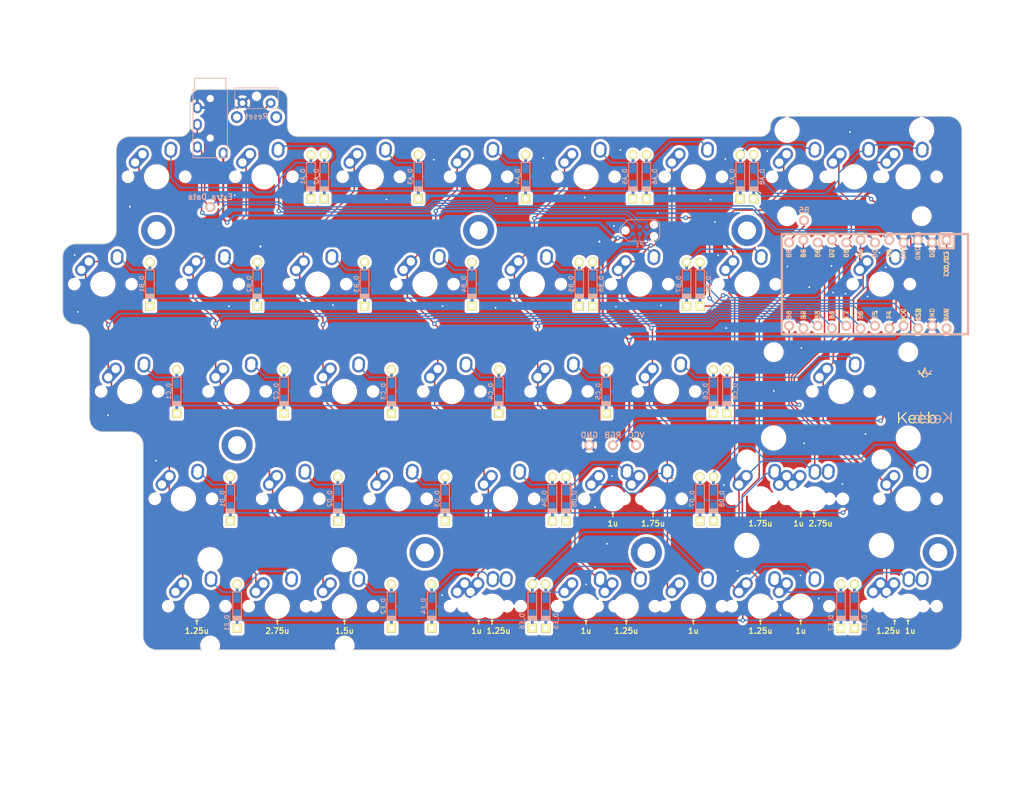
<source format=kicad_pcb>
(kicad_pcb (version 20221018) (generator pcbnew)
  (layers (0 "F.Cu" signal) (31 "B.Cu" signal) (34 "B.Paste" user) (35 "F.Paste" user) (36 "B.SilkS" user "B.Silkscreen") (37 "F.SilkS" user "F.Silkscreen") (38 "B.Mask" user) (39 "F.Mask" user) (44 "Edge.Cuts" user))
  (net 0 "")
  (net 1 "RowA")
  (net 2 "Net-(D_A1-Pad2)")
  (net 3 "Net-(D_A2-Pad2)")
  (net 4 "Net-(D_A3-Pad2)")
  (net 5 "Net-(D_A4-Pad2)")
  (net 6 "Net-(D_A5-Pad2)")
  (net 7 "Net-(D_A6-Pad2)")
  (net 8 "Net-(D_A7-Pad2)")
  (net 9 "Net-(D_B1-Pad2)")
  (net 10 "RowB")
  (net 11 "Net-(D_B2-Pad2)")
  (net 12 "Net-(D_B3-Pad2)")
  (net 13 "Net-(D_B4-Pad2)")
  (net 14 "Net-(D_B5-Pad2)")
  (net 15 "Net-(D_B6-Pad2)")
  (net 16 "RowC")
  (net 17 "Net-(D_C1-Pad2)")
  (net 18 "Net-(D_C2-Pad2)")
  (net 19 "Net-(D_C3-Pad2)")
  (net 20 "Net-(D_C4-Pad2)")
  (net 21 "Net-(D_C5-Pad2)")
  (net 22 "Net-(D_C6-Pad2)")
  (net 23 "Net-(D_D1-Pad2)")
  (net 24 "RowD")
  (net 25 "Net-(D_D3-Pad2)")
  (net 26 "Net-(D_D4-Pad2)")
  (net 27 "Net-(D_D6-Pad2)")
  (net 28 "Net-(D_D7-Pad2)")
  (net 29 "RowE")
  (net 30 "Net-(D_E1-Pad2)")
  (net 31 "Net-(D_E5-Pad2)")
  (net 32 "Net-(D_E7-Pad2)")
  (net 33 "Col5")
  (net 34 "VCC")
  (net 35 "Col4")
  (net 36 "Col6")
  (net 37 "Reset")
  (net 38 "GND")
  (net 39 "Data")
  (net 40 "Data2")
  (net 41 "Col1")
  (net 42 "Col2")
  (net 43 "Col3")
  (net 44 "Col7")
  (net 45 "RGB")
  (net 46 "LED")
  (net 47 "Net-(D_A8-Pad2)")
  (net 48 "Net-(D_B7-Pad2)")
  (net 49 "Net-(D_B8-Pad2)")
  (net 50 "Net-(D_C8-Pad2)")
  (net 51 "Net-(D_D2-Pad2)")
  (net 52 "Net-(D_D8-Pad2)")
  (net 53 "Net-(D_E4-Pad2)")
  (net 54 "Net-(D_E6-Pad2)")
  (net 55 "Net-(D_E8-Pad2)")
  (net 56 "Col8")
  (net 57 "Net-(D_E2-Pad2)")
  (footprint "Keebio-Parts:Diode-Hybrid-Back" (layer "F.Cu") (at 60.721824 33.337472 -90)
    (fp_text reference "D_A1")
    (fp_text value "D" hide)
  )
  (footprint "Keebio-Parts:Diode-Hybrid-Back" (layer "F.Cu") (at 63.103072 33.337472 -90)
    (fp_text reference "D_A2")
    (fp_text value "D" hide)
  )
  (footprint "Keebio-Parts:Diode-Hybrid-Back" (layer "F.Cu") (at 79.771808 33.337472 -90)
    (fp_text reference "D_A3")
    (fp_text value "D" hide)
  )
  (footprint "Keebio-Parts:Diode-Hybrid-Back" (layer "F.Cu") (at 98.821792 33.337472 -90)
    (fp_text reference "D_A4")
    (fp_text value "D" hide)
  )
  (footprint "Keebio-Parts:Diode-Hybrid-Back" (layer "F.Cu") (at 117.871776 33.337472 -90)
    (fp_text reference "D_A5")
    (fp_text value "D" hide)
  )
  (footprint "Keebio-Parts:Diode-Hybrid-Back" (layer "F.Cu") (at 120.253024 33.337472 -90)
    (fp_text reference "D_A6")
    (fp_text value "D" hide)
  )
  (footprint "Keebio-Parts:Diode-Hybrid-Back" (layer "F.Cu") (at 136.92176 33.337472 -90)
    (fp_text reference "D_A7")
    (fp_text value "D" hide)
  )
  (footprint "Keebio-Parts:Diode-Hybrid-Back" (layer "F.Cu") (at 32.146848 52.387456 -90)
    (fp_text reference "D_B1")
    (fp_text value "D" hide)
  )
  (footprint "Keebio-Parts:Diode-Hybrid-Back" (layer "F.Cu") (at 51.196832 52.387456 -90)
    (fp_text reference "D_B2")
    (fp_text value "D" hide)
  )
  (footprint "Keebio-Parts:Diode-Hybrid-Back" (layer "F.Cu") (at 70.246816 52.387456 -90)
    (fp_text reference "D_B3")
    (fp_text value "D" hide)
  )
  (footprint "Keebio-Parts:Diode-Hybrid-Back" (layer "F.Cu") (at 36.909344 71.43744 -90)
    (fp_text reference "D_C1")
    (fp_text value "D" hide)
  )
  (footprint "Keebio-Parts:Diode-Hybrid-Back" (layer "F.Cu") (at 55.959328 71.43744 -90)
    (fp_text reference "D_C2")
    (fp_text value "D" hide)
  )
  (footprint "Keebio-Parts:Diode-Hybrid-Back" (layer "F.Cu") (at 75.009312 71.43744 -90)
    (fp_text reference "D_C3")
    (fp_text value "D" hide)
  )
  (footprint "Keebio-Parts:Diode-Hybrid-Back" (layer "F.Cu") (at 94.059296 71.43744 -90)
    (fp_text reference "D_C4")
    (fp_text value "D" hide)
  )
  (footprint "Keebio-Parts:Diode-Hybrid-Back" (layer "F.Cu") (at 113.10928 71.43744 -90)
    (fp_text reference "D_C5")
    (fp_text value "D" hide)
  )
  (footprint "Keebio-Parts:Diode-Hybrid-Back" (layer "F.Cu") (at 132.159264 71.43744 -90)
    (fp_text reference "D_C6")
    (fp_text value "D" hide)
  )
  (footprint "Keebio-Parts:Diode-Hybrid-Back" (layer "F.Cu") (at 46.434336 90.487424 -90)
    (fp_text reference "D_D1")
    (fp_text value "D" hide)
  )
  (footprint "Keebio-Parts:Diode-Hybrid-Back" (layer "F.Cu") (at 84.534304 90.487424 -90)
    (fp_text reference "D_D3")
    (fp_text value "D" hide)
  )
  (footprint "Keebio-Parts:Diode-Hybrid-Back" (layer "F.Cu") (at 103.584288 90.487424 -90)
    (fp_text reference "D_D4")
    (fp_text value "D" hide)
  )
  (footprint "Keebio-Parts:Diode-Hybrid-Back" (layer "F.Cu") (at 105.965536 90.487424 -90)
    (fp_text reference "D_D6")
    (fp_text value "D" hide)
  )
  (footprint "Keebio-Parts:Diode-Hybrid-Back" (layer "F.Cu") (at 129.778016 90.487424 -90)
    (fp_text reference "D_D7")
    (fp_text value "D" hide)
  )
  (footprint "Keebio-Parts:Diode-Hybrid-Back" (layer "F.Cu") (at 102.393836 109.537592 -90)
    (fp_text reference "D_E5")
    (fp_text value "D" hide)
  )
  (footprint "Keebio-Parts:Diode-Hybrid-Back" (layer "F.Cu") (at 154.78112 109.537408 -90)
    (fp_text reference "D_E7")
    (fp_text value "D" hide)
  )
  (footprint "MX_Alps_Hybrid:MX-1U-NoLED" (layer "F.Cu") (at 33.337472 33.337472)
    (fp_text reference "SW_A1")
    (fp_text value "SW_Push")
  )
  (footprint "MX_Alps_Hybrid:MX-1U-NoLED" (layer "F.Cu") (at 52.387456 33.337472)
    (fp_text reference "SW_A2")
    (fp_text value "SW_Push")
  )
  (footprint "MX_Alps_Hybrid:MX-1U-NoLED" (layer "F.Cu") (at 71.43744 33.337472)
    (fp_text reference "SW_A3")
    (fp_text value "SW_Push")
  )
  (footprint "MX_Alps_Hybrid:MX-1U-NoLED" (layer "F.Cu") (at 42.862464 52.387456)
    (fp_text reference "SW_B2")
    (fp_text value "SW_Push")
  )
  (footprint "MX_Alps_Hybrid:MX-1U-NoLED" (layer "F.Cu") (at 61.912448 52.387456)
    (fp_text reference "SW_B3")
    (fp_text value "SW_Push")
  )
  (footprint "MX_Alps_Hybrid:MX-1U-NoLED" (layer "F.Cu") (at 47.62496 71.43744)
    (fp_text reference "SW_C2")
    (fp_text value "SW_Push")
  )
  (footprint "MX_Alps_Hybrid:MX-1U-NoLED" (layer "F.Cu") (at 76.199936 90.487424)
    (fp_text reference "SW_D3")
    (fp_text value "SW_Push")
  )
  (footprint "MX_Alps_Hybrid:MX-1U-NoLED" (layer "F.Cu") (at 95.24992 90.487424)
    (fp_text reference "SW_D4")
    (fp_text value "SW_Push")
  )
  (footprint "MX_Alps_Hybrid:MX-1U-NoLED" (layer "F.Cu") (at 114.299904 90.487424)
    (fp_text reference "SW_D6")
    (fp_text value "SW_Push")
  )
  (footprint "Keebio-Parts:ArduinoProMicro-ZigZag" (layer "F.Cu") (at 159.543616 52.387456 180)
    (fp_text reference "U2" hide)
    (fp_text value "ProMicro" hide)
  )
  (footprint "Mounting_Holes:MountingHole_3.2mm_M3_ISO14580_Pad" (layer "F.Cu") (at 47.62496 80.962432)
    (fp_text reference "H4" hide)
    (fp_text value "Hole")
  )
  (footprint "Mounting_Holes:MountingHole_3.2mm_M3_ISO14580_Pad" (layer "F.Cu") (at 80.962432 100.012416)
    (fp_text reference "H5" hide)
    (fp_text value "Hole")
  )
  (footprint "Mounting_Holes:MountingHole_3.2mm_M3_ISO14580_Pad" (layer "F.Cu") (at 172.045168 100.012416)
    (fp_text reference "H6" hide)
    (fp_text value "Hole")
  )
  (footprint "Mounting_Holes:MountingHole_3.2mm_M3_ISO14580_Pad" (layer "F.Cu") (at 33.337472 42.862464)
    (fp_text reference "H1" hide)
    (fp_text value "Hole")
  )
  (footprint "Keebio-Parts:Diode-Hybrid-Back" (layer "F.Cu") (at 139.303008 33.337472 -90)
    (fp_text reference "D_A8")
    (fp_text value "D" hide)
  )
  (footprint "Keebio-Parts:Diode-Hybrid-Back" (layer "F.Cu") (at 127.396768 52.387456 -90)
    (fp_text reference "D_B7")
    (fp_text value "D" hide)
  )
  (footprint "Keebio-Parts:Diode-Hybrid-Back" (layer "F.Cu") (at 129.778016 52.387456 -90)
    (fp_text reference "D_B8")
    (fp_text value "D" hide)
  )
  (footprint "Keebio-Parts:Diode-Hybrid-Back" (layer "F.Cu") (at 134.540512 71.43744 -90)
    (fp_text reference "D_C8")
    (fp_text value "D" hide)
  )
  (footprint "Keebio-Parts:Diode-Hybrid-Back" (layer "F.Cu") (at 65.48432 90.487424 -90)
    (fp_text reference "D_D2")
    (fp_text value "D" hide)
  )
  (footprint "Keebio-Parts:Diode-Hybrid-Back" (layer "F.Cu") (at 132.159264 90.487424 -90)
    (fp_text reference "D_D8")
    (fp_text value "D" hide)
  )
  (footprint "Keebio-Parts:Diode-Hybrid-Back" (layer "F.Cu") (at 82.153056 109.537408 -90)
    (fp_text reference "D_E4")
    (fp_text value "D" hide)
  )
  (footprint "Keebio-Parts:Diode-Hybrid-Back" (layer "F.Cu") (at 100.012584 109.537592 -90)
    (fp_text reference "D_E6")
    (fp_text value "D" hide)
  )
  (footprint "Keebio-Parts:Diode-Hybrid-Back" (layer "F.Cu") (at 157.162368 109.537408 -90)
    (fp_text reference "D_E8")
    (fp_text value "D" hide)
  )
  (footprint "MX_Alps_Hybrid:MX-1U-NoLED" (layer "F.Cu") (at 23.81248 52.387456)
    (fp_text reference "SW_B1")
    (fp_text value "SW_Push")
  )
  (footprint "MX_Alps_Hybrid:MX-1U-NoLED" (layer "F.Cu") (at 138.112384 52.387456)
    (fp_text reference "SW_B7")
    (fp_text value "SW_Push")
  )
  (footprint "MX_Alps_Hybrid:MX-1.5U-NoLED" (layer "F.Cu") (at 161.924864 52.387456)
    (fp_text reference "SW_B8")
    (fp_text value "SW_Push")
  )
  (footprint "MX_Alps_Hybrid:MX-1U-NoLED" (layer "F.Cu") (at 28.574976 71.43744)
    (fp_text reference "SW_C1")
    (fp_text value "SW_Push")
  )
  (footprint "MX_Alps_Hybrid:MX-2.25U-NoLED" (layer "F.Cu") (at 154.78112 71.43744)
    (fp_text reference "SW_C8")
    (fp_text value "SW_Push")
  )
  (footprint "MX_Alps_Hybrid:MX-1U-NoLED" (layer "F.Cu") (at 38.099968 90.487424)
    (fp_text reference "SW_D1")
    (fp_text value "SW_Push")
  )
  (footprint "MX_Alps_Hybrid:MX-1U-NoLED" (layer "F.Cu") (at 57.149952 90.487424)
    (fp_text reference "SW_D2")
    (fp_text value "SW_Push")
  )
  (footprint "MX_Alps_Hybrid:MX-2.75U-NoLED" (layer "F.Cu") (at 150.018624 90.487424)
    (fp_text reference "SW_D7")
    (fp_text value "SW_Push")
  )
  (footprint "MX_Alps_Hybrid:MX-1.75U-NoLED" (layer "F.Cu") (at 140.493632 90.487424)
    (fp_text reference "SW_DB7")
    (fp_text value "SW_Push")
  )
  (footprint "MX_Alps_Hybrid:MX-1U-NoLED" (layer "F.Cu") (at 166.68736 90.487424)
    (fp_text reference "SW_DB8")
    (fp_text value "SW_Push")
  )
  (footprint "MX_Alps_Hybrid:MX-1.75U-NoLED" (layer "F.Cu") (at 121.443648 90.487424)
    (fp_text reference "SW_DC6")
    (fp_text value "SW_Push")
  )
  (footprint "MX_Alps_Hybrid:MX-1U-NoLED" (layer "F.Cu") (at 147.637376 90.487424)
    (fp_text reference "SW_DC7")
    (fp_text value "SW_Push")
  )
  (footprint "MX_Alps_Hybrid:MX-1U-NoLED" (layer "F.Cu") (at 90.487576 109.537592)
    (fp_text reference "SW_EB4")
    (fp_text value "SW_Push")
  )
  (footprint "MX_Alps_Hybrid:MX-1U-NoLED" (layer "F.Cu") (at 128.587608 109.537592)
    (fp_text reference "SW_EB6")
    (fp_text value "SW_Push")
  )
  (footprint "MX_Alps_Hybrid:MX-1U-NoLED" (layer "F.Cu") (at 147.637624 109.537592)
    (fp_text reference "SW_EB7")
    (fp_text value "SW_Push")
  )
  (footprint "MX_Alps_Hybrid:MX-1U-NoLED" (layer "F.Cu") (at 166.68736 109.537408)
    (fp_text reference "SW_EB8")
    (fp_text value "SW_Push")
  )
  (footprint "MX_Alps_Hybrid:MX-1U-NoLED" (layer "F.Cu") (at 123.824896 71.43744)
    (fp_text reference "SW_C6")
    (fp_text value "SW_Push")
  )
  (footprint "MX_Alps_Hybrid:MX-1U-NoLED" (layer "F.Cu") (at 104.774912 71.43744)
    (fp_text reference "SW_C5")
    (fp_text value "SW_Push")
  )
  (footprint "MX_Alps_Hybrid:MX-1U-NoLED" (layer "F.Cu") (at 85.724928 71.43744)
    (fp_text reference "SW_C4")
    (fp_text value "SW_Push")
  )
  (footprint "MX_Alps_Hybrid:MX-1U-NoLED" (layer "F.Cu") (at 66.674944 71.43744)
    (fp_text reference "SW_C3")
    (fp_text value "SW_Push")
  )
  (footprint "MX_Alps_Hybrid:MX-1U-NoLED" (layer "F.Cu") (at 119.0624 52.387456)
    (fp_text reference "SW_B6")
    (fp_text value "SW_Push")
  )
  (footprint "MX_Alps_Hybrid:MX-1U-NoLED" (layer "F.Cu") (at 100.012416 52.387456)
    (fp_text reference "SW_B5")
    (fp_text value "SW_Push")
  )
  (footprint "MX_Alps_Hybrid:MX-1U-NoLED" (layer "F.Cu") (at 80.962432 52.387456)
    (fp_text reference "SW_B4")
    (fp_text value "SW_Push")
  )
  (footprint "MX_Alps_Hybrid:MX-1U-NoLED" (layer "F.Cu") (at 128.587392 33.337472)
    (fp_text reference "SW_A6")
    (fp_text value "SW_Push")
  )
  (footprint "MX_Alps_Hybrid:MX-1U-NoLED" (layer "F.Cu") (at 109.537408 33.337472)
    (fp_text reference "SW_A5")
    (fp_text value "SW_Push")
  )
  (footprint "MX_Alps_Hybrid:MX-1U-NoLED" (layer "F.Cu") (at 90.487424 33.337472)
    (fp_text reference "SW_A4")
    (fp_text value "SW_Push")
  )
  (footprint "Keebio-Parts:Diode-Hybrid-Back" (layer "F.Cu") (at 110.728032 52.387456 -90)
    (fp_text reference "D_B6")
    (fp_text value "D" hide)
  )
  (footprint "Keebio-Parts:Diode-Hybrid-Back" (layer "F.Cu") (at 108.346784 52.387456 -90)
    (fp_text reference "D_B5")
    (fp_text value "D" hide)
  )
  (footprint "Keebio-Parts:Diode-Hybrid-Back" (layer "F.Cu") (at 89.2968 52.387456 -90)
    (fp_text reference "D_B4")
    (fp_text value "D" hide)
  )
  (footprint "Mounting_Holes:MountingHole_3.2mm_M3_ISO14580_Pad" (layer "F.Cu") (at 138.112384 42.862464)
    (fp_text reference "H3" hide)
    (fp_text value "Hole")
  )
  (footprint "Mounting_Holes:MountingHole_3.2mm_M3_ISO14580_Pad" (layer "F.Cu") (at 90.487424 42.862464)
    (fp_text reference "H2" hide)
    (fp_text value "Hole")
  )
  (footprint "MX_Alps_Hybrid:MX-1U-NoLED" (layer "F.Cu") (at 147.637376 33.337472)
    (fp_text reference "SW_A7")
    (fp_text value "SW_Push")
  )
  (footprint "MX_Alps_Hybrid:MX-1U-NoLED" (layer "F.Cu") (at 166.68736 33.337472)
    (fp_text reference "SW_AB8")
    (fp_text value "SW_Push")
  )
  (footprint "MX_Alps_Hybrid:MX-1.25U-NoLED" (layer "F.Cu") (at 92.868672 109.537408)
    (fp_text reference "SW_E4")
    (fp_text value "SW_Push")
  )
  (footprint "MX_Alps_Hybrid:MX-1.25U-NoLED" (layer "F.Cu") (at 140.493632 109.537408)
    (fp_text reference "SW_E7")
    (fp_text value "SW_Push")
  )
  (footprint "MX_Alps_Hybrid:MX-1.25U-NoLED" (layer "F.Cu") (at 164.306112 109.537408)
    (fp_text reference "SW_E8")
    (fp_text value "SW_Push")
  )
  (footprint "MX_Alps_Hybrid:MX-2U-ReversedStabilizers-NoLED" (layer "F.Cu") (at 157.162368 33.337472)
    (fp_text reference "SW_A8")
    (fp_text value "SW_Push")
  )
  (footprint "MX_Alps_Hybrid:MX-2.75U-ReversedStabilizers-NoLED" (layer "F.Cu") (at 54.768704 109.537408)
    (fp_text reference "SW_E1")
    (fp_text value "SW_Push")
  )
  (footprint "MX_Alps_Hybrid:MX-1.25U-NoLED" (layer "F.Cu") (at 116.681348 109.537592)
    (fp_text reference "SW_E5")
    (fp_text value "SW_Push")
  )
  (footprint "MX_Alps_Hybrid:MX-1U-NoLED" (layer "F.Cu") (at 109.537592 109.537592)
    (fp_text reference "SW_EB5")
    (fp_text value "SW_Push")
  )
  (footprint "Mounting_Holes:MountingHole_3.2mm_M3_ISO14580_Pad" (layer "F.Cu") (at 120.253024 100.012416)
    (fp_text reference "H6" hide)
    (fp_text value "Hole")
  )
  (footprint "Keebio-Art:AIRI-Logo2" (layer "F.Cu") (at 73.818812 100.012584)
    (fp_text reference "G***" hide)
    (fp_text value "LOGO" hide)
  )
  (footprint "Keebio-Parts:VIA-0.6mm" (layer "F.Cu") (at 156.37 25.4)
    (fp_text reference "REF**" hide)
    (fp_text value "VIA-0.6mm" hide)
  )
  (footprint "Keebio-Parts:VIA-0.6mm" (layer "F.Cu") (at 134.26 30.19)
    (fp_text reference "REF**" hide)
    (fp_text value "VIA-0.6mm" hide)
  )
  (footprint "Keebio-Parts:VIA-0.6mm" (layer "F.Cu") (at 131.64 37.41)
    (fp_text reference "REF**" hide)
    (fp_text value "VIA-0.6mm" hide)
  )
  (footprint "Keebio-Parts:VIA-0.6mm" (layer "F.Cu") (at 132.41 41.38)
    (fp_text reference "REF**" hide)
    (fp_text value "VIA-0.6mm" hide)
  )
  (footprint "Keebio-Parts:VIA-0.6mm" (layer "F.Cu") (at 145.27 49.27)
    (fp_text reference "REF**" hide)
    (fp_text value "VIA-0.6mm" hide)
  )
  (footprint "Keebio-Parts:VIA-0.6mm" (layer "F.Cu") (at 149.16 52.92)
    (fp_text reference "REF**" hide)
    (fp_text value "VIA-0.6mm" hide)
  )
  (footprint "Keebio-Parts:VIA-0.6mm" (layer "F.Cu") (at 153.09 49.17)
    (fp_text reference "REF**" hide)
    (fp_text value "VIA-0.6mm" hide)
  )
  (footprint "Keebio-Parts:VIA-0.6mm" (layer "F.Cu") (at 153.38 53.89)
    (fp_text reference "REF**" hide)
    (fp_text value "VIA-0.6mm" hide)
  )
  (footprint "Keebio-Parts:VIA-0.6mm" (layer "F.Cu") (at 155.59 54.08)
    (fp_text reference "REF**" hide)
    (fp_text value "VIA-0.6mm" hide)
  )
  (footprint "Keebio-Parts:VIA-0.6mm" (layer "F.Cu") (at 159.5 54.6)
    (fp_text reference "REF**" hide)
    (fp_text value "VIA-0.6mm" hide)
  )
  (footprint "Keebio-Parts:VIA-0.6mm" (layer "F.Cu") (at 161.11 57.2)
    (fp_text reference "REF**" hide)
    (fp_text value "VIA-0.6mm" hide)
  )
  (footprint "Keebio-Parts:VIA-0.6mm" (layer "F.Cu") (at 134.43 60.19)
    (fp_text reference "REF**" hide)
    (fp_text value "VIA-0.6mm" hide)
  )
  (footprint "Keebio-Parts:VIA-0.6mm" (layer "F.Cu") (at 122.85 56.16)
    (fp_text reference "REF**" hide)
    (fp_text value "VIA-0.6mm" hide)
  )
  (footprint "Keebio-Parts:VIA-0.6mm" (layer "F.Cu") (at 114.86 56.41)
    (fp_text reference "REF**" hide)
    (fp_text value "VIA-0.6mm" hide)
  )
  (footprint "Keebio-Parts:VIA-0.6mm" (layer "F.Cu") (at 147.76 63.73)
    (fp_text reference "REF**" hide)
    (fp_text value "VIA-0.6mm" hide)
  )
  (footprint "Keebio-Parts:VIA-0.6mm" (layer "F.Cu") (at 142.86 71.33)
    (fp_text reference "REF**" hide)
    (fp_text value "VIA-0.6mm" hide)
  )
  (footprint "Keebio-Parts:VIA-0.6mm" (layer "F.Cu") (at 159.14 78.97)
    (fp_text reference "REF**" hide)
    (fp_text value "VIA-0.6mm" hide)
  )
  (footprint "Keebio-Parts:VIA-0.6mm" (layer "F.Cu") (at 148.25 80.65)
    (fp_text reference "REF**" hide)
    (fp_text value "VIA-0.6mm" hide)
  )
  (footprint "Keebio-Parts:VIA-0.6mm" (layer "F.Cu") (at 133.99 88.04)
    (fp_text reference "REF**" hide)
    (fp_text value "VIA-0.6mm" hide)
  )
  (footprint "Keebio-Parts:VIA-0.6mm" (layer "F.Cu") (at 111.14 91.96)
    (fp_text reference "REF**" hide)
    (fp_text value "VIA-0.6mm" hide)
  )
  (footprint "Keebio-Parts:VIA-0.6mm" (layer "F.Cu") (at 114.13 86.42)
    (fp_text reference "REF**" hide)
    (fp_text value "VIA-0.6mm" hide)
  )
  (footprint "Keebio-Parts:VIA-0.6mm" (layer "F.Cu") (at 93.49 56.57)
    (fp_text reference "REF**" hide)
    (fp_text value "VIA-0.6mm" hide)
  )
  (footprint "Keebio-Parts:VIA-0.6mm" (layer "F.Cu") (at 84.09 56.31)
    (fp_text reference "REF**" hide)
    (fp_text value "VIA-0.6mm" hide)
  )
  (footprint "Keebio-Parts:VIA-0.6mm" (layer "F.Cu") (at 64.62 56.11)
    (fp_text reference "REF**" hide)
    (fp_text value "VIA-0.6mm" hide)
  )
  (footprint "Keebio-Parts:VIA-0.6mm" (layer "F.Cu") (at 46.17 56.33)
    (fp_text reference "REF**" hide)
    (fp_text value "VIA-0.6mm" hide)
  )
  (footprint "Keebio-Parts:VIA-0.6mm" (layer "F.Cu") (at 24.73 75.64)
    (fp_text reference "REF**" hide)
    (fp_text value "VIA-0.6mm" hide)
  )
  (footprint "Keebio-Parts:VIA-0.6mm" (layer "F.Cu") (at 19.36 57.32)
    (fp_text reference "REF**" hide)
    (fp_text value "VIA-0.6mm" hide)
  )
  (footprint "Keebio-Parts:VIA-0.6mm" (layer "F.Cu") (at 33.23 83.69)
    (fp_text reference "REF**" hide)
    (fp_text value "VIA-0.6mm" hide)
  )
  (footprint "Keebio-Parts:VIA-0.6mm" (layer "F.Cu") (at 74.13 37.36)
    (fp_text reference "REF**" hide)
    (fp_text value "VIA-0.6mm" hide)
  )
  (footprint "Keebio-Parts:VIA-0.6mm" (layer "F.Cu") (at 82.54 30.31)
    (fp_text reference "REF**" hide)
    (fp_text value "VIA-0.6mm" hide)
  )
  (footprint "Keebio-Parts:VIA-0.6mm" (layer "F.Cu") (at 95.34 37.14)
    (fp_text reference "REF**" hide)
    (fp_text value "VIA-0.6mm" hide)
  )
  (footprint "Keebio-Parts:VIA-0.6mm" (layer "F.Cu") (at 109.29 37)
    (fp_text reference "REF**" hide)
    (fp_text value "VIA-0.6mm" hide)
  )
  (footprint "Keebio-Parts:VIA-0.6mm" (layer "F.Cu") (at 101.99 30.02)
    (fp_text reference "REF**" hide)
    (fp_text value "VIA-0.6mm" hide)
  )
  (footprint "Keebio-Parts:VIA-0.6mm" (layer "F.Cu") (at 114.49 42.06)
    (fp_text reference "REF**" hide)
    (fp_text value "VIA-0.6mm" hide)
  )
  (footprint "Keebio-Parts:VIA-0.6mm" (layer "F.Cu") (at 122.23 39.77)
    (fp_text reference "REF**" hide)
    (fp_text value "VIA-0.6mm" hide)
  )
  (footprint "Keebio-Parts:VIA-0.6mm" (layer "F.Cu") (at 115.64 28.6)
    (fp_text reference "REF**" hide)
    (fp_text value "VIA-0.6mm" hide)
  )
  (footprint "Keebio-Parts:VIA-0.6mm" (layer "F.Cu") (at 141.72 28.78)
    (fp_text reference "REF**" hide)
    (fp_text value "VIA-0.6mm" hide)
  )
  (footprint "Keebio-Parts:VIA-0.6mm" (layer "F.Cu") (at 28.59 38.64)
    (fp_text reference "REF**" hide)
    (fp_text value "VIA-0.6mm" hide)
  )
  (footprint "Keebio-Parts:VIA-0.6mm" (layer "F.Cu") (at 18.8 47.22)
    (fp_text reference "REF**" hide)
    (fp_text value "VIA-0.6mm" hide)
  )
  (footprint "Keebio-Parts:VIA-0.6mm" (layer "F.Cu") (at 47.2 36.61)
    (fp_text reference "REF**" hide)
    (fp_text value "VIA-0.6mm" hide)
  )
  (footprint "Keebio-Parts:VIA-0.6mm" (layer "F.Cu") (at 136.43 103.28)
    (fp_text reference "REF**" hide)
    (fp_text value "VIA-0.6mm" hide)
  )
  (footprint "Keebio-Parts:VIA-0.6mm" (layer "F.Cu") (at 162.74 49.4)
    (fp_text reference "REF**" hide)
    (fp_text value "VIA-0.6mm" hide)
  )
  (footprint "Keebio-Parts:VIA-0.6mm" (layer "F.Cu") (at 161.6 46.81)
    (fp_text reference "REF**" hide)
    (fp_text value "VIA-0.6mm" hide)
  )
  (footprint "Keebio-Parts:VIA-0.6mm" (layer "F.Cu") (at 132.99 47.26)
    (fp_text reference "REF**" hide)
    (fp_text value "VIA-0.6mm" hide)
  )
  (footprint "Keebio-Parts:VIA-0.6mm" (layer "F.Cu") (at 147.6 104.09)
    (fp_text reference "REF**" hide)
    (fp_text value "VIA-0.6mm" hide)
  )
  (footprint "Keebio-Parts:VIA-0.6mm" (layer "F.Cu") (at 150.84 108.18)
    (fp_text reference "REF**" hide)
    (fp_text value "VIA-0.6mm" hide)
  )
  (footprint "Keebio-Parts:VIA-0.6mm" (layer "F.Cu") (at 144.05 111.09)
    (fp_text reference "REF**" hide)
    (fp_text value "VIA-0.6mm" hide)
  )
  (footprint "Keebio-Parts:VIA-0.6mm" (layer "F.Cu") (at 84.01 107.58)
    (fp_text reference "REF**" hide)
    (fp_text value "VIA-0.6mm" hide)
  )
  (footprint "Keebio-Parts:Diode-Hybrid-Back" (layer "F.Cu") (at 75.009438 109.537592 -90)
    (fp_text reference "D_E2")
    (fp_text value "D" hide)
  )
  (footprint "MX_Alps_Hybrid:MX-1.5U-NoLED" (layer "F.Cu") (at 66.675056 109.537592)
    (fp_text reference "SW_E2")
    (fp_text value "SW_Push")
  )
  (footprint "MX_Alps_Hybrid:MX-1.25U-NoLED" (layer "F.Cu") (at 40.481284 109.537592)
    (fp_text reference "SW_EB1")
    (fp_text value "SW_Push")
  )
  (footprint "Keebio-Parts:Diode-Hybrid-Back" (layer "F.Cu") (at 47.62504 109.537408 -90)
    (fp_text reference "D_E1")
    (fp_text value "D" hide)
  )
  (footprint "Keebio-Parts:VIA-0.6mm" (layer "F.Cu") (at 113.27 98.48)
    (fp_text reference "REF**" hide)
    (fp_text value "VIA-0.6mm" hide)
  )
  (footprint "Keebio-Parts:VIA-0.6mm" (layer "F.Cu") (at 109.55 105.68)
    (fp_text reference "REF**" hide)
    (fp_text value "VIA-0.6mm" hide)
  )
  (footprint "Keebio-Parts:VIA-0.6mm" (layer "F.Cu") (at 155.04 87.86)
    (fp_text reference "REF**" hide)
    (fp_text value "VIA-0.6mm" hide)
  )
  (footprint "Keebio-Art:Keebio-TwoTone" (layer "F.Cu") (at 169.664205 71.43744)
    (fp_text reference "G***" hide)
    (fp_text value "LOGO" hide)
  )
  (footprint "Tag-Connect:TC2030-NL_SMALL" (layer "B.Cu") (at 119.0624 42.862464)
    (fp_text reference "P1")
    (fp_text value "TC2030-IDC" hide)
  )
  (footprint "Keebio-Parts:SinglePad" (layer "B.Cu") (at 42.862464 38.69528)
    (fp_text reference "TP6" hide)
    (fp_text value "Extra Data")
  )
  (footprint "Keebio-Parts:SinglePad" (layer "B.Cu") (at 118.467088 80.962432)
    (fp_text reference "TP1" hide)
    (fp_text value "VCC")
  )
  (footprint "Keebio-Parts:SinglePad" (layer "B.Cu") (at 110.13272 80.962432)
    (fp_text reference "TP3" hide)
    (fp_text value "GND")
  )
  (footprint "Keebio-Parts:SinglePad" (layer "B.Cu") (at 114.299904 80.962432)
    (fp_text reference "TP4" hide)
    (fp_text value "RGB")
  )
  (footprint "Keebio-Parts:SinglePad" (layer "B.Cu") (at 148.232688 41.076528)
    (fp_text reference "TP5" hide)
    (fp_text value "B5")
  )
  (footprint "Keebio-Parts:TRRS-PJ-320A" (layer "B.Cu") (at 42.862464 17.85936 180)
    (fp_text reference "U1")
    (fp_text value "TRRS")
  )
  (footprint "Keebio-Parts:SW_Tactile_SPST_Angled_MJTP1117" (layer "B.Cu") (at 53.57808 20.259984 180)
    (fp_text reference "SW_R1" hide)
    (fp_text value "Reset")
  )
  (footprint "Keebio-Art:Keebio-TwoTone" (layer "B.Cu") (at 169.66392 71.43744 180)
    (fp_text reference "G***" hide)
    (fp_text value "LOGO" hide)
  )
  (footprint "Keebio-Art:AIRI-Logo2" (layer "B.Cu") (at 73.818812 100.012584 180)
    (fp_text reference "G***" hide)
    (fp_text value "LOGO" hide)
  )
  (gr_arc (start 58.340576 26.193728) (mid 57.077729 25.670639) (end 56.55464 24.407792) (stroke (width 0.15)) (layer "Edge.Cuts"))
  (gr_arc (start 39.290592 24.407792) (mid 38.767503 25.670639) (end 37.504656 26.193728) (stroke (width 0.15)) (layer "Edge.Cuts"))
  (gr_arc (start 33.337472 117.276464) (mid 31.653675 116.579013) (end 30.956224 114.895216) (stroke (width 0.15)) (layer "Edge.Cuts"))
  (gr_arc (start 176.212352 114.895216) (mid 175.514901 116.579013) (end 173.831104 117.276464) (stroke (width 0.15)) (layer "Edge.Cuts"))
  (gr_arc (start 54.768704 17.85936) (mid 56.031551 18.382449) (end 56.55464 19.645296) (stroke (width 0.15)) (layer "Edge.Cuts"))
  (gr_arc (start 39.290592 19.645296) (mid 39.813681 18.382449) (end 41.076528 17.85936) (stroke (width 0.15)) (layer "Edge.Cuts"))
  (gr_line (start 54.768704 17.85936) (end 41.076528 17.85936) (stroke (width 0.15)) (layer "Edge.Cuts"))
  (gr_line (start 39.290592 24.407792) (end 39.290592 19.645296) (stroke (width 0.15)) (layer "Edge.Cuts"))
  (gr_line (start 56.55464 19.645296) (end 56.55464 24.407792) (stroke (width 0.15)) (layer "Edge.Cuts"))
  (gr_arc (start 173.831104 22.621856) (mid 175.514901 23.319307) (end 176.212352 25.003104) (stroke (width 0.15)) (layer "Edge.Cuts"))
  (gr_line (start 58.340576 26.193728) (end 140.493632 26.193728) (stroke (width 0.15)) (layer "Edge.Cuts"))
  (gr_arc (start 142.279568 24.407792) (mid 142.802657 23.144945) (end 144.065504 22.621856) (stroke (width 0.15)) (layer "Edge.Cuts"))
  (gr_arc (start 142.279568 24.407792) (mid 141.756479 25.670639) (end 140.493632 26.193728) (stroke (width 0.15)) (layer "Edge.Cuts"))
  (gr_arc (start 26.193728 42.862464) (mid 25.496277 44.546261) (end 23.81248 45.243712) (stroke (width 0.15)) (layer "Edge.Cuts"))
  (gr_arc (start 16.668736 47.62496) (mid 17.366187 45.941163) (end 19.049984 45.243712) (stroke (width 0.15)) (layer "Edge.Cuts"))
  (gr_arc (start 19.049984 59.5312) (mid 17.366187 58.833749) (end 16.668736 57.149952) (stroke (width 0.15)) (layer "Edge.Cuts"))
  (gr_arc (start 19.049984 59.5312) (mid 20.733781 60.228651) (end 21.431232 61.912448) (stroke (width 0.15)) (layer "Edge.Cuts"))
  (gr_arc (start 23.81248 78.581184) (mid 22.128683 77.883733) (end 21.431232 76.199936) (stroke (width 0.15)) (layer "Edge.Cuts"))
  (gr_arc (start 28.574976 78.581184) (mid 30.258773 79.278635) (end 30.956224 80.962432) (stroke (width 0.15)) (layer "Edge.Cuts"))
  (gr_line (start 28.574976 78.581184) (end 23.81248 78.581184) (stroke (width 0.15)) (layer "Edge.Cuts"))
  (gr_line (start 37.504656 26.193728) (end 28.574976 26.193728) (stroke (width 0.15)) (layer "Edge.Cuts"))
  (gr_arc (start 26.193728 28.574976) (mid 26.891179 26.891179) (end 28.574976 26.193728) (stroke (width 0.15)) (layer "Edge.Cuts"))
  (gr_line (start 16.668736 57.149952) (end 16.668736 47.62496) (stroke (width 0.15)) (layer "Edge.Cuts"))
  (gr_line (start 173.831104 22.621856) (end 144.065504 22.621856) (stroke (width 0.15)) (layer "Edge.Cuts"))
  (gr_line (start 176.212352 114.895216) (end 176.212352 25.003104) (stroke (width 0.15)) (layer "Edge.Cuts"))
  (gr_line (start 19.049984 45.243712) (end 23.81248 45.243712) (stroke (width 0.15)) (layer "Edge.Cuts"))
  (gr_line (start 173.831104 117.276464) (end 33.337472 117.276464) (stroke (width 0.15)) (layer "Edge.Cuts"))
  (gr_line (start 26.193728 42.862464) (end 26.193728 28.574976) (stroke (width 0.15)) (layer "Edge.Cuts"))
  (gr_line (start 30.956224 114.895216) (end 30.956224 80.962432) (stroke (width 0.15)) (layer "Edge.Cuts"))
  (gr_line (start 21.431232 76.199936) (end 21.431232 61.912448) (stroke (width 0.15)) (layer "Edge.Cuts"))
  (gr_text "↑\n1.25u" (at 40.481284 113.10947) (layer "F.SilkS") (effects (font (size 1 1) (thickness 0.2))))
  (gr_text "↑\n2.75u" (at 54.768796 113.10947) (layer "F.SilkS") (effects (font (size 1 1) (thickness 0.2))))
  (gr_text "↑\n1.5u" (at 66.675056 113.10947) (layer "F.SilkS") (effects (font (size 1 1) (thickness 0.2))))
  (gr_text "↑\n1u " (at 90.487576 113.10947) (layer "F.SilkS") (effects (font (size 1 1) (thickness 0.2))))
  (gr_text "↑\n   1.25u" (at 92.868828 113.10947) (layer "F.SilkS") (effects (font (size 1 1) (thickness 0.2))))
  (gr_text "↑\n1u" (at 109.537592 113.10947) (layer "F.SilkS") (effects (font (size 1 1) (thickness 0.2))))
  (gr_text "↑\n1.25u" (at 116.681348 113.10947) (layer "F.SilkS") (effects (font (size 1 1) (thickness 0.2))))
  (gr_text "↑\n1u" (at 128.587608 113.10947) (layer "F.SilkS") (effects (font (size 1 1) (thickness 0.2))))
  (gr_text "↑\n1.25u" (at 140.493868 113.10947) (layer "F.SilkS") (effects (font (size 1 1) (thickness 0.2))))
  (gr_text "↑\n1u" (at 147.637624 113.10947) (layer "F.SilkS") (effects (font (size 1 1) (thickness 0.2))))
  (gr_text "↑\n 1u" (at 166.68764 113.10947) (layer "F.SilkS") (effects (font (size 1 1) (thickness 0.2))))
  (gr_text "↑\n1.25u   " (at 164.306388 113.10947) (layer "F.SilkS") (effects (font (size 1 1) (thickness 0.2))))
  (gr_text "↑\n1u" (at 114.300096 94.059454) (layer "F.SilkS") (effects (font (size 1 1) (thickness 0.2))))
  (gr_text "↑\n1.75u" (at 121.443852 94.059454) (layer "F.SilkS") (effects (font (size 1 1) (thickness 0.2))))
  (gr_text "↑\n1.75u" (at 140.493868 94.059454) (layer "F.SilkS") (effects (font (size 1 1) (thickness 0.2))))
  (gr_text "↑\n1u " (at 147.637624 94.059454) (layer "F.SilkS") (effects (font (size 1 1) (thickness 0.2))))
  (gr_text "↑\n   2.75u" (at 150.018876 94.059454) (layer "F.SilkS") (effects (font (size 1 1) (thickness 0.2))))
  (segment (start 160.689999 37.689999) (end 160.529999 37.689999) (width 0.25) (layer "F.Cu") (net 1))
  (segment (start 167.17 44.17) (end 160.689999 37.689999) (width 0.25) (layer "F.Cu") (net 1))
  (segment (start 167.17 48.13) (end 167.17 44.17) (width 0.25) (layer "F.Cu") (net 1))
  (segment (start 164.56 58.801072) (end 164.56 50.74) (width 0.25) (layer "F.Cu") (net 1))
  (segment (start 163.353616 60.007456) (end 164.56 58.801072) (width 0.25) (layer "F.Cu") (net 1))
  (segment (start 164.56 50.74) (end 167.17 48.13) (width 0.25) (layer "F.Cu") (net 1))
  (segment (start 160.529999 37.689999) (end 160.13 37.29) (width 0.25) (layer "F.Cu") (net 1))
  (via (at 160.13 37.29) (size 0.8) (drill 0.4) (layers "F.Cu" "B.Cu") (net 1))
  (segment (start 60.721824 35.837472) (end 63.103072 35.837472) (width 0.25) (layer "B.Cu") (net 1))
  (segment (start 136.92176 35.837472) (end 139.303008 35.837472) (width 0.25) (layer "B.Cu") (net 1))
  (segment (start 120.253024 35.837472) (end 136.92176 35.837472) (width 0.25) (layer "B.Cu") (net 1))
  (segment (start 98.821792 35.837472) (end 117.871776 35.837472) (width 0.25) (layer "B.Cu") (net 1))
  (segment (start 63.103072 35.837472) (end 79.771808 35.837472) (width 0.25) (layer "B.Cu") (net 1))
  (segment (start 139.803008 35.837472) (end 140.755536 36.79) (width 0.25) (layer "B.Cu") (net 1))
  (segment (start 79.771808 35.837472) (end 98.821792 35.837472) (width 0.25) (layer "B.Cu") (net 1))
  (segment (start 140.755536 36.79) (end 159.63 36.79) (width 0.25) (layer "B.Cu") (net 1))
  (segment (start 139.303008 35.837472) (end 139.803008 35.837472) (width 0.25) (layer "B.Cu") (net 1))
  (segment (start 117.871776 35.837472) (end 120.253024 35.837472) (width 0.25) (layer "B.Cu") (net 1))
  (segment (start 159.63 36.79) (end 160.13 37.29) (width 0.25) (layer "B.Cu") (net 1))
  (segment (start 50.25 35.26) (end 37.58 35.26) (width 0.25) (layer "B.Cu") (net 2))
  (segment (start 55.25 33.63) (end 55.25 34.36) (width 0.25) (layer "B.Cu") (net 2))
  (segment (start 37.58 35.26) (end 35.877472 33.557472) (width 0.25) (layer "B.Cu") (net 2))
  (segment (start 53.56 36.05) (end 51.04 36.05) (width 0.25) (layer "B.Cu") (net 2))
  (segment (start 60.721824 30.837472) (end 58.042528 30.837472) (width 0.25) (layer "B.Cu") (net 2))
  (segment (start 51.04 36.05) (end 50.25 35.26) (width 0.25) (layer "B.Cu") (net 2))
  (segment (start 55.25 34.36) (end 53.56 36.05) (width 0.25) (layer "B.Cu") (net 2))
  (segment (start 58.042528 30.837472) (end 55.25 33.63) (width 0.25) (layer "B.Cu") (net 2))
  (segment (start 35.877472 33.557472) (end 35.877472 28.257472) (width 0.25) (layer "B.Cu") (net 2))
  (segment (start 64.58 29.04) (end 63.44 27.9) (width 0.25) (layer "B.Cu") (net 3))
  (segment (start 63.103072 30.837472) (end 63.603072 30.837472) (width 0.25) (layer "B.Cu") (net 3))
  (segment (start 63.44 27.9) (end 55.824928 27.9) (width 0.25) (layer "B.Cu") (net 3))
  (segment (start 63.603072 30.837472) (end 64.58 29.860544) (width 0.25) (layer "B.Cu") (net 3))
  (segment (start 64.58 29.860544) (end 64.58 29.04) (width 0.25) (layer "B.Cu") (net 3))
  (segment (start 55.824928 27.9) (end 54.887456 28.837472) (width 0.25) (layer "B.Cu") (net 3))
  (segment (start 79.771808 30.837472) (end 75.93744 30.837472) (width 0.25) (layer "B.Cu") (net 4))
  (segment (start 75.93744 30.837472) (end 73.93744 28.837472) (width 0.25) (layer "B.Cu") (net 4))
  (segment (start 98.821792 30.837472) (end 95.607424 30.837472) (width 0.25) (layer "B.Cu") (net 5))
  (segment (start 95.607424 30.837472) (end 93.027424 28.257472) (width 0.25) (layer "B.Cu") (net 5))
  (segment (start 117.871776 30.837472) (end 114.037408 30.837472) (width 0.25) (layer "B.Cu") (net 6))
  (segment (start 114.037408 30.837472) (end 112.037408 28.837472) (width 0.25) (layer "B.Cu") (net 6))
  (segment (start 130.002393 27.132473) (end 131.127392 28.257472) (width 0.25) (layer "B.Cu") (net 7))
  (segment (start 120.253024 30.837472) (end 120.753024 30.837472) (width 0.25) (layer "B.Cu") (net 7))
  (segment (start 120.753024 30.837472) (end 124.458023 27.132473) (width 0.25) (layer "B.Cu") (net 7))
  (segment (start 124.458023 27.132473) (end 130.002393 27.132473) (width 0.25) (layer "B.Cu") (net 7))
  (segment (start 136.92176 29.137472) (end 138.419232 27.64) (width 0.25) (layer "B.Cu") (net 8))
  (segment (start 147.968914 27.64) (end 148.586386 28.257472) (width 0.25) (layer "B.Cu") (net 8))
  (segment (start 148.586386 28.257472) (end 150.177376 28.257472) (width 0.25) (layer "B.Cu") (net 8))
  (segment (start 138.419232 27.64) (end 147.968914 27.64) (width 0.25) (layer "B.Cu") (net 8))
  (segment (start 136.92176 30.837472) (end 136.92176 29.137472) (width 0.25) (layer "B.Cu") (net 8))
  (segment (start 32.146848 49.887456) (end 28.93248 49.887456) (width 0.25) (layer "B.Cu") (net 9))
  (segment (start 28.93248 49.887456) (end 26.35248 47.307456) (width 0.25) (layer "B.Cu") (net 9))
  (segment (start 133.86 54.39) (end 131.962544 56.287456) (width 0.25) (layer "F.Cu") (net 10))
  (segment (start 131.962544 56.287456) (end 129.778016 56.287456) (width 0.25) (layer "F.Cu") (net 10))
  (via (at 133.86 54.39) (size 0.8) (drill 0.4) (layers "F.Cu" "B.Cu") (net 10))
  (segment (start 108.346784 54.887456) (end 89.2968 54.887456) (width 0.25) (layer "B.Cu") (net 10))
  (segment (start 158.273616 46.956384) (end 150.43 54.8) (width 0.25) (layer "B.Cu") (net 10))
  (segment (start 150.43 54.8) (end 135.01 54.8) (width 0.25) (layer "B.Cu") (net 10))
  (segment (start 51.196832 54.887456) (end 32.146848 54.887456) (width 0.25) (layer "B.Cu") (net 10))
  (segment (start 129.778016 54.887456) (end 127.396768 54.887456) (width 0.25) (layer "B.Cu") (net 10))
  (segment (start 135.01 54.8) (end 134.6 54.39) (width 0.25) (layer "B.Cu") (net 10))
  (segment (start 158.273616 44.767456) (end 158.273616 46.956384) (width 0.25) (layer "B.Cu") (net 10))
  (segment (start 69.746816 54.887456) (end 51.196832 54.887456) (width 0.25) (layer "B.Cu") (net 10))
  (segment (start 134.6 54.39) (end 133.86 54.39) (width 0.25) (layer "B.Cu") (net 10))
  (segment (start 110.728032 54.887456) (end 108.346784 54.887456) (width 0.25) (layer "B.Cu") (net 10))
  (segment (start 127.396768 54.887456) (end 110.728032 54.887456) (width 0.25) (layer "B.Cu") (net 10))
  (segment (start 70.246816 54.887456) (end 69.746816 54.887456) (width 0.25) (layer "B.Cu") (net 10))
  (segment (start 89.2968 54.887456) (end 70.246816 54.887456) (width 0.25) (layer "B.Cu") (net 10))
  (segment (start 51.196832 49.887456) (end 47.362464 49.887456) (width 0.25) (layer "B.Cu") (net 11))
  (segment (start 47.362464 49.887456) (end 45.362464 47.887456) (width 0.25) (layer "B.Cu") (net 11))
  (segment (start 67.032448 49.887456) (end 64.452448 47.307456) (width 0.25) (layer "B.Cu") (net 12))
  (segment (start 70.246816 49.887456) (end 67.032448 49.887456) (width 0.25) (layer "B.Cu") (net 12))
  (segment (start 86.082432 49.887456) (end 83.502432 47.307456) (width 0.25) (layer "B.Cu") (net 13))
  (segment (start 89.2968 49.887456) (end 86.082432 49.887456) (width 0.25) (layer "B.Cu") (net 13))
  (segment (start 108.346784 49.887456) (end 105.132416 49.887456) (width 0.25) (layer "B.Cu") (net 14))
  (segment (start 105.132416 49.887456) (end 102.552416 47.307456) (width 0.25) (layer "B.Cu") (net 14))
  (segment (start 120.477401 46.182457) (end 121.6024 47.307456) (width 0.25) (layer "B.Cu") (net 15))
  (segment (start 112.402544 49.887456) (end 116.107543 46.182457) (width 0.25) (layer "B.Cu") (net 15))
  (segment (start 116.107543 46.182457) (end 120.477401 46.182457) (width 0.25) (layer "B.Cu") (net 15))
  (segment (start 110.728032 49.887456) (end 112.402544 49.887456) (width 0.25) (layer "B.Cu") (net 15))
  (segment (start 153.193616 44.767456) (end 154.46 46.03384) (width 0.25) (layer "F.Cu") (net 16))
  (segment (start 146.48 73.08) (end 147.20234 73.80234) (width 0.25) (layer "F.Cu") (net 16))
  (segment (start 146.48 68.87) (end 146.48 73.08) (width 0.25) (layer "F.Cu") (net 16))
  (segment (start 154.46 46.03384) (end 154.46 60.89) (width 0.25) (layer "F.Cu") (net 16))
  (segment (start 154.46 60.89) (end 146.48 68.87) (width 0.25) (layer "F.Cu") (net 16))
  (segment (start 147.20234 73.80234) (end 147.35766 73.80234) (width 0.25) (layer "F.Cu") (net 16))
  (via (at 147.35766 73.80234) (size 0.8) (drill 0.4) (layers "F.Cu" "B.Cu") (net 16))
  (segment (start 56.459328 73.93744) (end 75.009312 73.93744) (width 0.25) (layer "B.Cu") (net 16))
  (segment (start 113.10928 73.93744) (end 132.159264 73.93744) (width 0.25) (layer "B.Cu") (net 16))
  (segment (start 75.009312 73.93744) (end 94.059296 73.93744) (width 0.25) (layer "B.Cu") (net 16))
  (segment (start 147.22256 73.93744) (end 147.35766 73.80234) (width 0.25) (layer "B.Cu") (net 16))
  (segment (start 112.75928 73.93744) (end 113.10928 73.93744) (width 0.25) (layer "B.Cu") (net 16))
  (segment (start 36.909344 73.93744) (end 55.959328 73.93744) (width 0.25) (layer "B.Cu") (net 16))
  (segment (start 94.059296 73.93744) (end 112.75928 73.93744) (width 0.25) (layer "B.Cu") (net 16))
  (segment (start 55.959328 73.93744) (end 56.459328 73.93744) (width 0.25) (layer "B.Cu") (net 16))
  (segment (start 132.159264 73.93744) (end 134.540512 73.93744) (width 0.25) (layer "B.Cu") (net 16))
  (segment (start 134.540512 73.93744) (end 147.22256 73.93744) (width 0.25) (layer "B.Cu") (net 16))
  (segment (start 33.074976 68.93744) (end 31.074976 66.93744) (width 0.25) (layer "B.Cu") (net 17))
  (segment (start 36.909344 68.93744) (end 33.074976 68.93744) (width 0.25) (layer "B.Cu") (net 17))
  (segment (start 52.74496 68.93744) (end 50.16496 66.35744) (width 0.25) (layer "B.Cu") (net 18))
  (segment (start 55.959328 68.93744) (end 52.74496 68.93744) (width 0.25) (layer "B.Cu") (net 18))
  (segment (start 71.174944 68.93744) (end 69.174944 66.93744) (width 0.25) (layer "B.Cu") (net 19))
  (segment (start 75.009312 68.93744) (end 71.174944 68.93744) (width 0.25) (layer "B.Cu") (net 19))
  (segment (start 90.844928 68.93744) (end 88.264928 66.35744) (width 0.25) (layer "B.Cu") (net 20))
  (segment (start 94.059296 68.93744) (end 90.844928 68.93744) (width 0.25) (layer "B.Cu") (net 20))
  (segment (start 113.10928 68.93744) (end 109.894912 68.93744) (width 0.25) (layer "B.Cu") (net 21))
  (segment (start 109.894912 68.93744) (end 107.314912 66.35744) (width 0.25) (layer "B.Cu") (net 21))
  (segment (start 132.159264 68.93744) (end 128.944896 68.93744) (width 0.25) (layer "B.Cu") (net 22))
  (segment (start 128.944896 68.93744) (end 126.364896 66.35744) (width 0.25) (layer "B.Cu") (net 22))
  (segment (start 46.434336 87.987424) (end 43.219968 87.987424) (width 0.25) (layer "B.Cu") (net 23))
  (segment (start 43.219968 87.987424) (end 40.639968 85.407424) (width 0.25) (layer "B.Cu") (net 23))
  (segment (start 146.029989 73.499989) (end 156.69 84.16) (width 0.25) (layer "F.Cu") (net 24))
  (segment (start 146.029989 68.6836) (end 146.029989 73.499989) (width 0.25) (layer "F.Cu") (net 24))
  (segment (start 155.559999 92.550001) (end 155.16 92.95) (width 0.25) (layer "F.Cu") (net 24))
  (segment (start 156.69 84.16) (end 156.69 91.42) (width 0.25) (layer "F.Cu") (net 24))
  (segment (start 151.854917 45.968757) (end 151.854917 62.858672) (width 0.25) (layer "F.Cu") (net 24))
  (segment (start 156.69 91.42) (end 155.559999 92.550001) (width 0.25) (layer "F.Cu") (net 24))
  (segment (start 151.854917 62.858672) (end 146.029989 68.6836) (width 0.25) (layer "F.Cu") (net 24))
  (segment (start 150.653616 44.767456) (end 151.854917 45.968757) (width 0.25) (layer "F.Cu") (net 24))
  (via (at 155.16 92.95) (size 0.8) (drill 0.4) (layers "F.Cu" "B.Cu") (net 24))
  (segment (start 84.534304 92.987424) (end 66.38432 92.987424) (width 0.25) (layer "B.Cu") (net 24))
  (segment (start 105.965536 92.987424) (end 103.584288 92.987424) (width 0.25) (layer "B.Cu") (net 24))
  (segment (start 155.122576 92.987424) (end 155.16 92.95) (width 0.25) (layer "B.Cu") (net 24))
  (segment (start 64.98432 92.987424) (end 46.434336 92.987424) (width 0.25) (layer "B.Cu") (net 24))
  (segment (start 103.584288 92.987424) (end 84.534304 92.987424) (width 0.25) (layer "B.Cu") (net 24))
  (segment (start 132.159264 92.987424) (end 155.122576 92.987424) (width 0.25) (layer "B.Cu") (net 24))
  (segment (start 66.38432 92.987424) (end 65.48432 92.987424) (width 0.25) (layer "B.Cu") (net 24))
  (segment (start 132.159264 92.987424) (end 129.778016 92.987424) (width 0.25) (layer "B.Cu") (net 24))
  (segment (start 129.778016 92.987424) (end 105.965536 92.987424) (width 0.25) (layer "B.Cu") (net 24))
  (segment (start 65.48432 92.987424) (end 64.98432 92.987424) (width 0.25) (layer "B.Cu") (net 24))
  (segment (start 84.534304 87.987424) (end 80.699936 87.987424) (width 0.25) (layer "B.Cu") (net 25))
  (segment (start 80.699936 87.987424) (end 78.699936 85.987424) (width 0.25) (layer "B.Cu") (net 25))
  (segment (start 103.584288 87.987424) (end 99.74992 87.987424) (width 0.25) (layer "B.Cu") (net 26))
  (segment (start 99.74992 87.987424) (end 97.74992 85.987424) (width 0.25) (layer "B.Cu") (net 26))
  (segment (start 105.965536 87.987424) (end 107.142576 87.987424) (width 0.25) (layer "B.Cu") (net 27))
  (segment (start 107.142576 87.987424) (end 110.72 84.41) (width 0.25) (layer "B.Cu") (net 27))
  (segment (start 117.633648 87.947424) (end 117.633648 86.821168) (width 0.25) (layer "B.Cu") (net 27))
  (segment (start 110.72 84.41) (end 115.22248 84.41) (width 0.25) (layer "B.Cu") (net 27))
  (segment (start 115.22248 84.41) (end 116.799904 85.987424) (width 0.25) (layer "B.Cu") (net 27))
  (segment (start 117.633648 86.821168) (end 116.799904 85.987424) (width 0.25) (layer "B.Cu") (net 27))
  (segment (start 129.778016 89.687424) (end 130.853015 90.762423) (width 0.25) (layer "B.Cu") (net 28))
  (segment (start 143.827376 87.947424) (end 146.208624 87.947424) (width 0.25) (layer "B.Cu") (net 28))
  (segment (start 136.11 91.97) (end 137.22 90.86) (width 0.25) (layer "B.Cu") (net 28))
  (segment (start 137.22 90.86) (end 137.22 90.329082) (width 0.25) (layer "B.Cu") (net 28))
  (segment (start 143.033632 87.15368) (end 143.827376 87.947424) (width 0.25) (layer "B.Cu") (net 28))
  (segment (start 141.561658 85.987424) (end 142.993632 85.987424) (width 0.25) (layer "B.Cu") (net 28))
  (segment (start 134.71 91.97) (end 136.11 91.97) (width 0.25) (layer "B.Cu") (net 28))
  (segment (start 129.778016 87.987424) (end 129.778016 89.687424) (width 0.25) (layer "B.Cu") (net 28))
  (segment (start 133.502423 90.762423) (end 134.71 91.97) (width 0.25) (layer "B.Cu") (net 28))
  (segment (start 130.853015 90.762423) (end 133.502423 90.762423) (width 0.25) (layer "B.Cu") (net 28))
  (segment (start 137.22 90.329082) (end 141.561658 85.987424) (width 0.25) (layer "B.Cu") (net 28))
  (segment (start 143.033632 85.407424) (end 143.033632 87.15368) (width 0.25) (layer "B.Cu") (net 28))
  (segment (start 137.35 111.471723) (end 137.35 111.58) (width 0.25) (layer "F.Cu") (net 29))
  (segment (start 140.27 86.82) (end 137.29 89.8) (width 0.25) (layer "F.Cu") (net 29))
  (segment (start 137.29 95.94) (end 135.56 97.67) (width 0.25) (layer "F.Cu") (net 29))
  (segment (start 137.35 112.037408) (end 137.35 111.471723) (width 0.25) (layer "F.Cu") (net 29))
  (segment (start 139.96 104.43) (end 139.96 106.26) (width 0.25) (layer "F.Cu") (net 29))
  (segment (start 148.113616 44.767456) (end 148.113616 50.936384) (width 0.25) (layer "F.Cu") (net 29))
  (segment (start 139.96 106.26) (end 137.35 108.87) (width 0.25) (layer "F.Cu") (net 29))
  (segment (start 135.56 97.67) (end 135.56 100.03) (width 0.25) (layer "F.Cu") (net 29))
  (segment (start 140.27 58.78) (end 140.27 86.82) (width 0.25) (layer "F.Cu") (net 29))
  (segment (start 148.113616 50.936384) (end 140.27 58.78) (width 0.25) (layer "F.Cu") (net 29))
  (segment (start 137.29 89.8) (end 137.29 95.94) (width 0.25) (layer "F.Cu") (net 29))
  (segment (start 135.56 100.03) (end 139.96 104.43) (width 0.25) (layer "F.Cu") (net 29))
  (segment (start 137.35 108.87) (end 137.35 112.037408) (width 0.25) (layer "F.Cu") (net 29))
  (via (at 137.35 112.037408) (size 0.8) (drill 0.4) (layers "F.Cu" "B.Cu") (net 29))
  (segment (start 82.153056 112.037408) (end 75.009622 112.037408) (width 0.25) (layer "B.Cu") (net 29))
  (segment (start 102.393652 112.037408) (end 102.393836 112.037592) (width 0.25) (layer "B.Cu") (net 29))
  (segment (start 75.009438 112.037592) (end 47.625224 112.037592) (width 0.25) (layer "B.Cu") (net 29))
  (segment (start 100.012584 112.037408) (end 102.393652 112.037408) (width 0.25) (layer "B.Cu") (net 29))
  (segment (start 82.153056 112.037408) (end 100.012584 112.037408) (width 0.25) (layer "B.Cu") (net 29))
  (segment (start 154.78112 112.037408) (end 137.35 112.037408) (width 0.25) (layer "B.Cu") (net 29))
  (segment (start 102.393836 112.037592) (end 137.349816 112.037592) (width 0.25) (layer "B.Cu") (net 29))
  (segment (start 47.625224 112.037592) (end 47.62504 112.037408) (width 0.25) (layer "B.Cu") (net 29))
  (segment (start 75.009622 112.037408) (end 75.009438 112.037592) (width 0.25) (layer "B.Cu") (net 29))
  (segment (start 154.78112 112.037408) (end 157.162368 112.037408) (width 0.25) (layer "B.Cu") (net 29))
  (segment (start 137.349816 112.037592) (end 137.35 112.037408) (width 0.25) (layer "B.Cu") (net 29))
  (segment (start 44.9811 107.037408) (end 42.981284 105.037592) (width 0.25) (layer "B.Cu") (net 30))
  (segment (start 47.62504 107.037408) (end 44.9811 107.037408) (width 0.25) (layer "B.Cu") (net 30))
  (segment (start 51.830039 103.332409) (end 56.183705 103.332409) (width 0.25) (layer "B.Cu") (net 30))
  (segment (start 48.12504 107.037408) (end 51.830039 103.332409) (width 0.25) (layer "B.Cu") (net 30))
  (segment (start 47.62504 107.037408) (end 48.12504 107.037408) (width 0.25) (layer "B.Cu") (net 30))
  (segment (start 56.183705 103.332409) (end 57.308704 104.457408) (width 0.25) (layer "B.Cu") (net 30))
  (segment (start 105.537592 107.037592) (end 105.577592 106.997592) (width 0.25) (layer "B.Cu") (net 31))
  (segment (start 102.393836 107.037592) (end 105.537592 107.037592) (width 0.25) (layer "B.Cu") (net 31))
  (segment (start 107.451428 102.48) (end 117.243756 102.48) (width 0.25) (layer "B.Cu") (net 31))
  (segment (start 117.243756 102.48) (end 119.181348 104.417592) (width 0.25) (layer "B.Cu") (net 31))
  (segment (start 105.577592 106.997592) (end 105.727592 106.997592) (width 0.25) (layer "B.Cu") (net 31))
  (segment (start 102.393836 107.037592) (end 102.893836 107.037592) (width 0.25) (layer "B.Cu") (net 31))
  (segment (start 119.181348 104.417592) (end 119.181348 105.037592) (width 0.25) (layer "B.Cu") (net 31))
  (segment (start 102.893836 107.037592) (end 107.451428 102.48) (width 0.25) (layer "B.Cu") (net 31))
  (segment (start 143.827376 106.997408) (end 143.827376 105.871152) (width 0.25) (layer "B.Cu") (net 32))
  (segment (start 154.78112 107.037408) (end 143.867376 107.037408) (width 0.25) (layer "B.Cu") (net 32))
  (segment (start 143.867376 107.037408) (end 143.827376 106.997408) (width 0.25) (layer "B.Cu") (net 32))
  (segment (start 143.827376 105.871152) (end 142.993632 105.037408) (width 0.25) (layer "B.Cu") (net 32))
  (segment (start 112.037592 105.037592) (end 112.007592 105.037592) (width 0.25) (layer "F.Cu") (net 33))
  (segment (start 107.58 80.3) (end 100.964912 73.684912) (width 0.25) (layer "F.Cu") (net 33))
  (segment (start 100.964912 59.87) (end 100.964912 59.094912) (width 0.25) (layer "F.Cu") (net 33))
  (segment (start 105.727408 30.797472) (end 105.727408 35.337582) (width 0.25) (layer "F.Cu") (net 33))
  (segment (start 100.964912 73.684912) (end 100.964912 68.89744) (width 0.25) (layer "F.Cu") (net 33))
  (segment (start 100.964912 68.89744) (end 100.964912 59.87) (width 0.25) (layer "F.Cu") (net 33))
  (segment (start 100.964912 59.094912) (end 96.82 54.95) (width 0.25) (layer "F.Cu") (net 33))
  (segment (start 112.007592 105.037592) (end 107.58 100.61) (width 0.25) (layer "F.Cu") (net 33))
  (segment (start 105.727408 35.337582) (end 100.774999 40.289991) (width 0.25) (layer "F.Cu") (net 33))
  (segment (start 96.82 50.46504) (end 96.202416 49.847456) (width 0.25) (layer "F.Cu") (net 33))
  (segment (start 96.82 54.95) (end 96.82 50.46504) (width 0.25) (layer "F.Cu") (net 33))
  (segment (start 97.512416 48.387456) (end 100.375 45.524872) (width 0.25) (layer "F.Cu") (net 33))
  (segment (start 100.375 41.255675) (end 100.375 40.68999) (width 0.25) (layer "F.Cu") (net 33))
  (segment (start 100.774999 40.289991) (end 100.375 40.68999) (width 0.25) (layer "F.Cu") (net 33))
  (segment (start 100.375 45.524872) (end 100.375 41.255675) (width 0.25) (layer "F.Cu") (net 33))
  (segment (start 107.58 100.61) (end 107.58 80.3) (width 0.25) (layer "F.Cu") (net 33))
  (via (at 100.375 40.68999) (size 0.8) (drill 0.4) (layers "F.Cu" "B.Cu") (net 33))
  (via (at 100.964912 59.87) (size 0.8) (drill 0.4) (layers "F.Cu" "B.Cu") (net 33))
  (segment (start 101.414868 59.420044) (end 101.364911 59.470001) (width 0.25) (layer "B.Cu") (net 33))
  (segment (start 116.254926 40.68999) (end 100.940685 40.68999) (width 0.25) (layer "B.Cu") (net 33))
  (segment (start 117.7924 42.227464) (end 116.254926 40.68999) (width 0.25) (layer "B.Cu") (net 33))
  (segment (start 148.716149 58.069989) (end 132.8736 58.069989) (width 0.25) (layer "B.Cu") (net 33))
  (segment (start 112.037592 105.037592) (end 112.037592 106.163836) (width 0.25) (layer "B.Cu") (net 33))
  (segment (start 101.364911 59.470001) (end 100.964912 59.87) (width 0.25) (layer "B.Cu") (net 33))
  (segment (start 100.940685 40.68999) (end 100.375 40.68999) (width 0.25) (layer "B.Cu") (net 33))
  (segment (start 131.523545 59.420044) (end 101.414868 59.420044) (width 0.25) (layer "B.Cu") (net 33))
  (segment (start 150.653616 60.007456) (end 148.716149 58.069989) (width 0.25) (layer "B.Cu") (net 33))
  (segment (start 112.037592 106.163836) (end 112.724377 106.850621) (width 0.25) (layer "B.Cu") (net 33))
  (segment (start 132.8736 58.069989) (end 131.523545 59.420044) (width 0.25) (layer "B.Cu") (net 33))
  (segment (start 117.21 62.4) (end 117.21 79.705344) (width 0.38) (layer "F.Cu") (net 34))
  (segment (start 45.162464 40.762464) (end 45.86 41.46) (width 0.38) (layer "F.Cu") (net 34))
  (segment (start 45.162464 29.15936) (end 45.162464 40.762464) (width 0.38) (layer "F.Cu") (net 34))
  (segment (start 114.810001 44.589999) (end 115.21 44.19) (width 0.38) (layer "F.Cu") (net 34))
  (segment (start 112.498044 46.901956) (end 114.810001 44.589999) (width 0.38) (layer "F.Cu") (net 34))
  (segment (start 117.21 79.705344) (end 118.467088 80.962432) (width 0.38) (layer "F.Cu") (net 34))
  (segment (start 112.498044 57.688044) (end 112.498044 46.901956) (width 0.38) (layer "F.Cu") (net 34))
  (segment (start 117.21 62.4) (end 112.498044 57.688044) (width 0.38) (layer "F.Cu") (net 34))
  (via (at 117.21 62.4) (size 0.8) (drill 0.4) (layers "F.Cu" "B.Cu") (net 34))
  (via (at 45.86 41.46) (size 0.8) (drill 0.4) (layers "F.Cu" "B.Cu") (net 34))
  (via (at 115.21 44.19) (size 0.8) (drill 0.4) (layers "F.Cu" "B.Cu") (net 34))
  (segment (start 114.644315 44.19) (end 115.21 44.19) (width 0.38) (layer "B.Cu") (net 34))
  (segment (start 115.21 44.19) (end 117.099864 44.19) (width 0.38) (layer "B.Cu") (net 34))
  (segment (start 83.5 40.21) (end 84.27 39.44) (width 0.38) (layer "B.Cu") (net 34))
  (segment (start 111.934315 41.48) (end 114.644315 44.19) (width 0.38) (layer "B.Cu") (net 34))
  (segment (start 117.099864 44.19) (end 117.7924 43.497464) (width 0.38) (layer "B.Cu") (net 34))
  (segment (start 84.27 39.44) (end 91.712162 39.44) (width 0.38) (layer "B.Cu") (net 34))
  (segment (start 165.893616 60.007456) (end 164.231072 61.67) (width 0.38) (layer "B.Cu") (net 34))
  (segment (start 117.94 61.67) (end 117.21 62.4) (width 0.38) (layer "B.Cu") (net 34))
  (segment (start 45.86 41.46) (end 47.11 40.21) (width 0.38) (layer "B.Cu") (net 34))
  (segment (start 93.752162 41.48) (end 111.934315 41.48) (width 0.38) (layer "B.Cu") (net 34))
  (segment (start 91.712162 39.44) (end 93.752162 41.48) (width 0.38) (layer "B.Cu") (net 34))
  (segment (start 47.11 40.21) (end 83.5 40.21) (width 0.38) (layer "B.Cu") (net 34))
  (segment (start 164.231072 61.67) (end 117.94 61.67) (width 0.38) (layer "B.Cu") (net 34))
  (segment (start 82.87 43.979888) (end 82.87 39.985675) (width 0.25) (layer "F.Cu") (net 35))
  (segment (start 78.462432 48.387456) (end 82.87 43.979888) (width 0.25) (layer "F.Cu") (net 35))
  (segment (start 82.87 39.985675) (end 82.87 39.41999) (width 0.25) (layer "F.Cu") (net 35))
  (segment (start 92.2 102.11509) (end 92.2 88.707504) (width 0.25) (layer "F.Cu") (net 35))
  (segment (start 77.81 54.58) (end 77.81 50.505024) (width 0.25) (layer "F.Cu") (net 35))
  (segment (start 86.677424 35.612566) (end 83.269999 39.019991) (width 0.25) (layer "F.Cu") (net 35))
  (segment (start 77.81 50.505024) (end 77.152432 49.847456) (width 0.25) (layer "F.Cu") (net 35))
  (segment (start 82.63 59.4) (end 77.81 54.58) (width 0.25) (layer "F.Cu") (net 35))
  (segment (start 90.368672 103.946418) (end 92.2 102.11509) (width 0.25) (layer "F.Cu") (net 35))
  (segment (start 83.269999 39.019991) (end 82.87 39.41999) (width 0.25) (layer "F.Cu") (net 35))
  (segment (start 86.677424 30.797472) (end 86.677424 35.612566) (width 0.25) (layer "F.Cu") (net 35))
  (segment (start 91.43992 87.947424) (end 91.43992 82.60992) (width 0.25) (layer "F.Cu") (net 35))
  (segment (start 82.68 69.662512) (end 81.914928 68.89744) (width 0.25) (layer "F.Cu") (net 35))
  (segment (start 90.368672 105.537408) (end 90.368672 103.946418) (width 0.25) (layer "F.Cu") (net 35))
  (segment (start 82.68 73.85) (end 82.68 69.662512) (width 0.25) (layer "F.Cu") (net 35))
  (segment (start 91.43992 82.60992) (end 82.68 73.85) (width 0.25) (layer "F.Cu") (net 35))
  (segment (start 92.2 88.707504) (end 91.43992 87.947424) (width 0.25) (layer "F.Cu") (net 35))
  (segment (start 83.224928 67.43744) (end 83.224928 59.994928) (width 0.25) (layer "F.Cu") (net 35))
  (segment (start 83.224928 59.994928) (end 82.63 59.4) (width 0.25) (layer "F.Cu") (net 35))
  (via (at 82.63 59.4) (size 0.8) (drill 0.4) (layers "F.Cu" "B.Cu") (net 35))
  (via (at 82.87 39.41999) (size 0.8) (drill 0.4) (layers "F.Cu" "B.Cu") (net 35))
  (segment (start 83.365001 38.924989) (end 83.269999 39.019991) (width 0.25) (layer "B.Cu") (net 35))
  (segment (start 83.059967 58.970033) (end 83.029999 59.000001) (width 0.25) (layer "B.Cu") (net 35))
  (segment (start 150.806138 57.619978) (end 132.6872 57.619978) (width 0.25) (layer "B.Cu") (net 35))
  (segment (start 131.337145 58.970033) (end 83.059967 58.970033) (width 0.25) (layer "B.Cu") (net 35))
  (segment (start 91.925486 38.924989) (end 83.365001 38.924989) (width 0.25) (layer "B.Cu") (net 35))
  (segment (start 132.6872 57.619978) (end 131.337145 58.970033) (width 0.25) (layer "B.Cu") (net 35))
  (segment (start 88.908672 106.997408) (end 90.368672 105.537408) (width 0.25) (layer "B.Cu") (net 35))
  (segment (start 92.900529 39.900033) (end 91.925486 38.924989) (width 0.25) (layer "B.Cu") (net 35))
  (segment (start 83.269999 39.019991) (end 82.87 39.41999) (width 0.25) (layer "B.Cu") (net 35))
  (segment (start 119.0624 42.227464) (end 116.734969 39.900033) (width 0.25) (layer "B.Cu") (net 35))
  (segment (start 83.029999 59.000001) (end 82.63 59.4) (width 0.25) (layer "B.Cu") (net 35))
  (segment (start 153.193616 60.007456) (end 150.806138 57.619978) (width 0.25) (layer "B.Cu") (net 35))
  (segment (start 116.734969 39.900033) (end 92.900529 39.900033) (width 0.25) (layer "B.Cu") (net 35))
  (segment (start 86.677424 106.997408) (end 88.908672 106.997408) (width 0.25) (layer "B.Cu") (net 35))
  (segment (start 121.595685 45.53) (end 121.03 45.53) (width 0.25) (layer "F.Cu") (net 36))
  (segment (start 120.78 67.982336) (end 121.324896 67.43744) (width 0.25) (layer "F.Cu") (net 36))
  (segment (start 123.943648 85.987424) (end 123.943648 77.143648) (width 0.25) (layer "F.Cu") (net 36))
  (segment (start 116.5624 48.387456) (end 118.172544 48.387456) (width 0.25) (layer "F.Cu") (net 36))
  (segment (start 115.92 54.98) (end 115.92 50.515056) (width 0.25) (layer "F.Cu") (net 36))
  (segment (start 124.777392 30.797472) (end 124.777392 42.348293) (width 0.25) (layer "F.Cu") (net 36))
  (segment (start 120.78 73.98) (end 120.78 67.982336) (width 0.25) (layer "F.Cu") (net 36))
  (segment (start 123.983648 106.203632) (end 123.983648 85.407424) (width 0.25) (layer "F.Cu") (net 36))
  (segment (start 118.172544 48.387456) (end 120.630001 45.929999) (width 0.25) (layer "F.Cu") (net 36))
  (segment (start 123.943648 77.143648) (end 120.78 73.98) (width 0.25) (layer "F.Cu") (net 36))
  (segment (start 124.831143 86.874919) (end 123.943648 85.987424) (width 0.25) (layer "F.Cu") (net 36))
  (segment (start 120.630001 45.929999) (end 121.03 45.53) (width 0.25) (layer "F.Cu") (net 36))
  (segment (start 121.324896 60.384896) (end 121.11 60.17) (width 0.25) (layer "F.Cu") (net 36))
  (segment (start 124.777392 42.348293) (end 121.595685 45.53) (width 0.25) (layer "F.Cu") (net 36))
  (segment (start 121.11 60.17) (end 115.92 54.98) (width 0.25) (layer "F.Cu") (net 36))
  (segment (start 121.324896 67.43744) (end 121.324896 60.384896) (width 0.25) (layer "F.Cu") (net 36))
  (segment (start 124.777608 106.997592) (end 123.983648 106.203632) (width 0.25) (layer "F.Cu") (net 36))
  (segment (start 115.92 50.515056) (end 115.2524 49.847456) (width 0.25) (layer "F.Cu") (net 36))
  (via (at 121.11 60.17) (size 0.8) (drill 0.4) (layers "F.Cu" "B.Cu") (net 36))
  (via (at 121.03 45.53) (size 0.8) (drill 0.4) (layers "F.Cu" "B.Cu") (net 36))
  (segment (start 121.41 59.88) (end 121.12 60.17) (width 0.25) (layer "B.Cu") (net 36))
  (segment (start 117.06 89.48) (end 118.54 89.48) (width 0.25) (layer "B.Cu") (net 36))
  (segment (start 119.846998 45.53) (end 120.464315 45.53) (width 0.25) (layer "B.Cu") (net 36))
  (segment (start 115.527424 87.947424) (end 117.06 89.48) (width 0.25) (layer "B.Cu") (net 36))
  (segment (start 110.489904 87.947424) (end 115.527424 87.947424) (width 0.25) (layer "B.Cu") (net 36))
  (segment (start 119.0624 43.497464) (end 119.0624 44.745402) (width 0.25) (layer "B.Cu") (net 36))
  (segment (start 122.032576 85.987424) (end 123.943648 85.987424) (width 0.25) (layer "B.Cu") (net 36))
  (segment (start 120.464315 45.53) (end 121.03 45.53) (width 0.25) (layer "B.Cu") (net 36))
  (segment (start 118.54 89.48) (end 122.032576 85.987424) (width 0.25) (layer "B.Cu") (net 36))
  (segment (start 133.06 58.52) (end 131.7 59.88) (width 0.25) (layer "B.Cu") (net 36))
  (segment (start 146.62616 58.52) (end 133.06 58.52) (width 0.25) (layer "B.Cu") (net 36))
  (segment (start 131.7 59.88) (end 121.41 59.88) (width 0.25) (layer "B.Cu") (net 36))
  (segment (start 148.113616 60.007456) (end 146.62616 58.52) (width 0.25) (layer "B.Cu") (net 36))
  (segment (start 119.0624 44.745402) (end 119.846998 45.53) (width 0.25) (layer "B.Cu") (net 36))
  (segment (start 121.12 60.17) (end 121.11 60.17) (width 0.25) (layer "B.Cu") (net 36))
  (segment (start 53.57808 20.259984) (end 52.703081 21.134983) (width 0.25) (layer "F.Cu") (net 37))
  (segment (start 128.48 40.6) (end 127.22 40.6) (width 0.25) (layer "F.Cu") (net 37))
  (segment (start 52.703081 29.403081) (end 55.02 31.72) (width 0.25) (layer "F.Cu") (net 37))
  (segment (start 52.703081 21.134983) (end 52.703081 29.403081) (width 0.25) (layer "F.Cu") (net 37))
  (segment (start 131.47 43.59) (end 128.48 40.6) (width 0.25) (layer "F.Cu") (net 37))
  (segment (start 55.02 31.72) (end 55.02 38.854305) (width 0.25) (layer "F.Cu") (net 37))
  (segment (start 131.47 54.89) (end 131.47 43.59) (width 0.25) (layer "F.Cu") (net 37))
  (segment (start 55.02 38.854305) (end 55.02 39.41999) (width 0.25) (layer "F.Cu") (net 37))
  (via (at 55.02 39.41999) (size 0.8) (drill 0.4) (layers "F.Cu" "B.Cu") (net 37))
  (via (at 131.47 54.89) (size 0.8) (drill 0.4) (layers "F.Cu" "B.Cu") (net 37))
  (via (at 127.22 40.6) (size 0.8) (drill 0.4) (layers "F.Cu" "B.Cu") (net 37))
  (segment (start 93.086929 39.450022) (end 92.111886 38.474978) (width 0.25) (layer "B.Cu") (net 37))
  (segment (start 127.22 40.6) (end 121.09 40.6) (width 0.25) (layer "B.Cu") (net 37))
  (segment (start 132.399934 55.819934) (end 131.869999 55.289999) (width 0.25) (layer "B.Cu") (net 37))
  (segment (start 121.09 40.6) (end 118.25 40.6) (width 0.25) (layer "B.Cu") (net 37))
  (segment (start 164.246094 55.819934) (end 132.399934 55.819934) (width 0.25) (layer "B.Cu") (net 37))
  (segment (start 120.3324 41.3576) (end 119.0076 41.3576) (width 0.25) (layer "B.Cu") (net 37))
  (segment (start 55.180032 39.580022) (end 55.02 39.41999) (width 0.25) (layer "B.Cu") (net 37))
  (segment (start 131.869999 55.289999) (end 131.47 54.89) (width 0.25) (layer "B.Cu") (net 37))
  (segment (start 92.111886 38.474978) (end 82.742008 38.474978) (width 0.25) (layer "B.Cu") (net 37))
  (segment (start 168.433616 60.007456) (end 164.246094 55.819934) (width 0.25) (layer "B.Cu") (net 37))
  (segment (start 120.3324 41.3576) (end 120.3324 42.227464) (width 0.25) (layer "B.Cu") (net 37))
  (segment (start 82.742008 38.474978) (end 81.636964 39.580022) (width 0.25) (layer "B.Cu") (net 37))
  (segment (start 81.636964 39.580022) (end 55.180032 39.580022) (width 0.25) (layer "B.Cu") (net 37))
  (segment (start 119.0076 41.3576) (end 118.25 40.6) (width 0.25) (layer "B.Cu") (net 37))
  (segment (start 117.100022 39.450022) (end 93.086929 39.450022) (width 0.25) (layer "B.Cu") (net 37))
  (segment (start 118.25 40.6) (end 117.100022 39.450022) (width 0.25) (layer "B.Cu") (net 37))
  (segment (start 115.54 41.23) (end 117.18 41.23) (width 0.38) (layer "F.Cu") (net 38))
  (segment (start 48.57808 20.259984) (end 51.59 23.271904) (width 0.38) (layer "F.Cu") (net 38))
  (segment (start 110.13272 80.962432) (end 111.918033 79.177119) (width 0.38) (layer "F.Cu") (net 38))
  (segment (start 117.18 41.23) (end 118.93 42.98) (width 0.38) (layer "F.Cu") (net 38))
  (segment (start 51.380001 45.290001) (end 51.78 45.69) (width 0.38) (layer "F.Cu") (net 38))
  (segment (start 51.59 23.271904) (end 51.59 30.49) (width 0.38) (layer "F.Cu") (net 38))
  (segment (start 118.93 43.54) (end 120.15 44.76) (width 0.38) (layer "F.Cu") (net 38))
  (segment (start 111.918033 44.851967) (end 115.54 41.23) (width 0.38) (layer "F.Cu") (net 38))
  (segment (start 111.918033 79.177119) (end 111.918033 44.851967) (width 0.38) (layer "F.Cu") (net 38))
  (segment (start 118.93 42.98) (end 118.93 43.54) (width 0.38) (layer "F.Cu") (net 38))
  (segment (start 51.59 30.49) (end 49.8 32.28) (width 0.38) (layer "F.Cu") (net 38))
  (segment (start 49.8 32.28) (end 49.8 43.71) (width 0.38) (layer "F.Cu") (net 38))
  (segment (start 49.8 43.71) (end 51.380001 45.290001) (width 0.38) (layer "F.Cu") (net 38))
  (via (at 120.15 44.76) (size 0.8) (drill 0.4) (layers "F.Cu" "B.Cu") (net 38))
  (via (at 111.918033 44.851967) (size 0.8) (drill 0.4) (layers "F.Cu" "B.Cu") (net 38))
  (via (at 51.78 45.69) (size 0.8) (drill 0.4) (layers "F.Cu" "B.Cu") (net 38))
  (segment (start 111.918033 44.851967) (end 94.158033 44.851967) (width 0.38) (layer "B.Cu") (net 38))
  (segment (start 52.345685 45.69) (end 51.78 45.69) (width 0.38) (layer "B.Cu") (net 38))
  (segment (start 120.15 44.76) (end 120.15 43.679864) (width 0.38) (layer "B.Cu") (net 38))
  (segment (start 120.15 43.679864) (end 120.3324 43.497464) (width 0.38) (layer "B.Cu") (net 38))
  (segment (start 88.41 46.5) (end 87.6 45.69) (width 0.38) (layer "B.Cu") (net 38))
  (segment (start 87.6 45.69) (end 52.345685 45.69) (width 0.38) (layer "B.Cu") (net 38))
  (segment (start 40.562464 21.05936) (end 47.778704 21.05936) (width 0.38) (layer "B.Cu") (net 38))
  (segment (start 92.51 46.5) (end 88.41 46.5) (width 0.38) (layer "B.Cu") (net 38))
  (segment (start 47.778704 21.05936) (end 48.57808 20.259984) (width 0.38) (layer "B.Cu") (net 38))
  (segment (start 94.158033 44.851967) (end 92.51 46.5) (width 0.38) (layer "B.Cu") (net 38))
  (segment (start 41.33 39.62) (end 41.43 39.72) (width 0.25) (layer "F.Cu") (net 39))
  (segment (start 40.562464 28.05936) (end 41.33 28.826896) (width 0.25) (layer "F.Cu") (net 39))
  (segment (start 41.33 28.826896) (end 41.33 39.62) (width 0.25) (layer "F.Cu") (net 39))
  (via (at 41.43 39.72) (size 0.8) (drill 0.4) (layers "F.Cu" "B.Cu") (net 39))
  (segment (start 93.273329 39.000011) (end 92.298286 38.024967) (width 0.25) (layer "B.Cu") (net 39))
  (segment (start 55.803025 39.130011) (end 54.943014 38.27) (width 0.25) (layer "B.Cu") (net 39))
  (segment (start 45.62 38.27) (end 43.770001 40.119999) (width 0.25) (layer "B.Cu") (net 39))
  (segment (start 82.555608 38.024967) (end 81.450564 39.130011) (width 0.25) (layer "B.Cu") (net 39))
  (segment (start 41.829999 40.119999) (end 41.43 39.72) (width 0.25) (layer "B.Cu") (net 39))
  (segment (start 81.450564 39.130011) (end 55.803025 39.130011) (width 0.25) (layer "B.Cu") (net 39))
  (segment (start 159.16616 43.12) (end 143.149999 43.12) (width 0.25) (layer "B.Cu") (net 39))
  (segment (start 92.298286 38.024967) (end 82.555608 38.024967) (width 0.25) (layer "B.Cu") (net 39))
  (segment (start 143.149999 43.12) (end 139.03001 39.000011) (width 0.25) (layer "B.Cu") (net 39))
  (segment (start 43.770001 40.119999) (end 41.829999 40.119999) (width 0.25) (layer "B.Cu") (net 39))
  (segment (start 54.943014 38.27) (end 45.62 38.27) (width 0.25) (layer "B.Cu") (net 39))
  (segment (start 160.813616 44.767456) (end 159.16616 43.12) (width 0.25) (layer "B.Cu") (net 39))
  (segment (start 139.03001 39.000011) (end 93.273329 39.000011) (width 0.25) (layer "B.Cu") (net 39))
  (segment (start 41.87 37.702816) (end 41.87 26.88) (width 0.25) (layer "F.Cu") (net 40))
  (segment (start 40.562464 25.30936) (end 40.562464 24.05936) (width 0.25) (layer "F.Cu") (net 40))
  (segment (start 41.87 26.88) (end 40.562464 25.572464) (width 0.25) (layer "F.Cu") (net 40))
  (segment (start 42.862464 38.69528) (end 41.87 37.702816) (width 0.25) (layer "F.Cu") (net 40))
  (segment (start 40.562464 25.572464) (end 40.562464 25.30936) (width 0.25) (layer "F.Cu") (net 40))
  (segment (start 163.353616 44.767456) (end 161.256149 42.669989) (width 0.25) (layer "B.Cu") (net 40))
  (segment (start 93.409729 38.5) (end 92.484686 37.574956) (width 0.25) (layer "B.Cu") (net 40))
  (segment (start 43.738763 37.818981) (end 42.862464 38.69528) (width 0.25) (layer "B.Cu") (net 40))
  (segment (start 81.264164 38.68) (end 55.989425 38.68) (width 0.25) (layer "B.Cu") (net 40))
  (segment (start 82.369208 37.574956) (end 81.264164 38.68) (width 0.25) (layer "B.Cu") (net 40))
  (segment (start 143.336399 42.669989) (end 139.16641 38.5) (width 0.25) (layer "B.Cu") (net 40))
  (segment (start 139.16641 38.5) (end 93.409729 38.5) (width 0.25) (layer "B.Cu") (net 40))
  (segment (start 55.989425 38.68) (end 55.128406 37.818981) (width 0.25) (layer "B.Cu") (net 40))
  (segment (start 161.256149 42.669989) (end 143.336399 42.669989) (width 0.25) (layer "B.Cu") (net 40))
  (segment (start 55.128406 37.818981) (end 43.738763 37.818981) (width 0.25) (layer "B.Cu") (net 40))
  (segment (start 92.484686 37.574956) (end 82.369208 37.574956) (width 0.25) (layer "B.Cu") (net 40))
  (segment (start 42.231284 95.041284) (end 37.981284 95.041284) (width 0.25) (layer "F.Cu") (net 41))
  (segment (start 21.31248 48.387456) (end 22.90347 48.387456) (width 0.25) (layer "F.Cu") (net 41))
  (segment (start 50.958704 106.997408) (end 50.958704 103.768704) (width 0.25) (layer "F.Cu") (net 41))
  (segment (start 25.33 72.7) (end 25.33 69.462464) (width 0.25) (layer "F.Cu") (net 41))
  (segment (start 37.981284 95.041284) (end 37.981284 105.687592) (width 0.25) (layer "F.Cu") (net 41))
  (segment (start 30.22 31.49) (end 29.527472 30.797472) (width 0.25) (layer "F.Cu") (net 41))
  (segment (start 50.958704 103.768704) (end 42.231284 95.041284) (width 0.25) (layer "F.Cu") (net 41))
  (segment (start 20.76 55.39) (end 20.76 50.604976) (width 0.25) (layer "F.Cu") (net 41))
  (segment (start 35.599968 92.659968) (end 37.981284 95.041284) (width 0.25) (layer "F.Cu") (net 41))
  (segment (start 37.981284 105.687592) (end 36.671284 106.997592) (width 0.25) (layer "F.Cu") (net 41))
  (segment (start 25.33 69.462464) (end 24.764976 68.89744) (width 0.25) (layer "F.Cu") (net 41))
  (segment (start 35.599968 82.969968) (end 25.33 72.7) (width 0.25) (layer "F.Cu") (net 41))
  (segment (start 35.599968 86.487424) (end 35.599968 82.969968) (width 0.25) (layer "F.Cu") (net 41))
  (segment (start 22.90347 48.387456) (end 30.22 41.070926) (width 0.25) (layer "F.Cu") (net 41))
  (segment (start 24.764976 59.62) (end 24.764976 59.394976) (width 0.25) (layer "F.Cu") (net 41))
  (segment (start 24.764976 68.89744) (end 24.764976 59.62) (width 0.25) (layer "F.Cu") (net 41))
  (segment (start 35.599968 86.487424) (end 35.599968 92.659968) (width 0.25) (layer "F.Cu") (net 41))
  (segment (start 20.76 50.604976) (end 20.00248 49.847456) (width 0.25) (layer "F.Cu") (net 41))
  (segment (start 24.764976 59.394976) (end 20.76 55.39) (width 0.25) (layer "F.Cu") (net 41))
  (segment (start 30.22 41.070926) (end 30.22 31.49) (width 0.25) (layer "F.Cu") (net 41))
  (via (at 24.764976 59.62) (size 0.8) (drill 0.4) (layers "F.Cu" "B.Cu") (net 41))
  (segment (start 25.164975 59.220001) (end 24.764976 59.62) (width 0.25) (layer "B.Cu") (net 41))
  (segment (start 160.813616 60.007456) (end 157.076105 56.269945) (width 0.25) (layer "B.Cu") (net 41))
  (segment (start 157.076105 56.269945) (end 132.128 56.269945) (width 0.25) (layer "B.Cu") (net 41))
  (segment (start 26.764976 57.62) (end 25.164975 59.220001) (width 0.25) (layer "B.Cu") (net 41))
  (segment (start 130.777945 57.62) (end 26.764976 57.62) (width 0.25) (layer "B.Cu") (net 41))
  (segment (start 132.128 56.269945) (end 130.777945 57.62) (width 0.25) (layer "B.Cu") (net 41))
  (segment (start 49.23 31.450016) (end 48.577456 30.797472) (width 0.25) (layer "F.Cu") (net 42))
  (segment (start 44.67 73.13) (end 44.67 69.75248) (width 0.25) (layer "F.Cu") (net 42))
  (segment (start 39.482544 49.847456) (end 49.23 40.1) (width 0.25) (layer "F.Cu") (net 42))
  (segment (start 39.81 50.604992) (end 39.052464 49.847456) (width 0.25) (layer "F.Cu") (net 42))
  (segment (start 49.23 40.1) (end 49.23 31.450016) (width 0.25) (layer "F.Cu") (net 42))
  (segment (start 53.91 92.97) (end 53.91 88.517472) (width 0.25) (layer "F.Cu") (net 42))
  (segment (start 53.339952 87.947424) (end 53.339952 81.799952) (width 0.25) (layer "F.Cu") (net 42))
  (segment (start 43.81496 58.73496) (end 39.81 54.73) (width 0.25) (layer "F.Cu") (net 42))
  (segment (start 62.865056 106.997592) (end 62.865056 101.925056) (width 0.25) (layer "F.Cu") (net 42))
  (segment (start 53.339952 81.799952) (end 44.67 73.13) (width 0.25) (layer "F.Cu") (net 42))
  (segment (start 39.052464 49.847456) (end 39.482544 49.847456) (width 0.25) (layer "F.Cu") (net 42))
  (segment (start 62.865056 101.925056) (end 53.91 92.97) (width 0.25) (layer "F.Cu") (net 42))
  (segment (start 44.67 69.75248) (end 43.81496 68.89744) (width 0.25) (layer "F.Cu") (net 42))
  (segment (start 53.91 88.517472) (end 53.339952 87.947424) (width 0.25) (layer "F.Cu") (net 42))
  (segment (start 43.81496 59.37) (end 43.81496 58.73496) (width 0.25) (layer "F.Cu") (net 42))
  (segment (start 43.81496 68.89744) (end 43.81496 59.37) (width 0.25) (layer "F.Cu") (net 42))
  (segment (start 39.81 54.73) (end 39.81 50.604992) (width 0.25) (layer "F.Cu") (net 42))
  (via (at 43.81496 59.37) (size 0.8) (drill 0.4) (layers "F.Cu" "B.Cu") (net 42))
  (segment (start 130.964345 58.070011) (end 45.114949 58.070011) (width 0.25) (layer "B.Cu") (net 42))
  (segment (start 132.3144 56.719956) (end 130.964345 58.070011) (width 0.25) (layer "B.Cu") (net 42))
  (segment (start 158.273616 60.007456) (end 154.986116 56.719956) (width 0.25) (layer "B.Cu") (net 42))
  (segment (start 44.214959 58.970001) (end 43.81496 59.37) (width 0.25) (layer "B.Cu") (net 42))
  (segment (start 45.114949 58.070011) (end 44.214959 58.970001) (width 0.25) (layer "B.Cu") (net 42))
  (segment (start 154.986116 56.719956) (end 132.3144 56.719956) (width 0.25) (layer "B.Cu") (net 42))
  (segment (start 72.389936 82.309936) (end 63.52 73.44) (width 0.25) (layer "F.Cu") (net 43))
  (segment (start 59.412448 48.387456) (end 59.412448 44.877552) (width 0.25) (layer "F.Cu") (net 43))
  (segment (start 62.864944 68.89744) (end 62.864944 59.59) (width 0.25) (layer "F.Cu") (net 43))
  (segment (start 58.73 54.33) (end 58.73 50.475008) (width 0.25) (layer "F.Cu") (net 43))
  (segment (start 68.4 31.570032) (end 67.62744 30.797472) (width 0.25) (layer "F.Cu") (net 43))
  (segment (start 59.412448 44.877552) (end 68.4 35.89) (width 0.25) (layer "F.Cu") (net 43))
  (segment (start 62.864944 59.59) (end 62.864944 58.464944) (width 0.25) (layer "F.Cu") (net 43))
  (segment (start 72.389936 87.947424) (end 72.389936 82.309936) (width 0.25) (layer "F.Cu") (net 43))
  (segment (start 68.4 35.89) (end 68.4 31.570032) (width 0.25) (layer "F.Cu") (net 43))
  (segment (start 63.52 69.552496) (end 62.864944 68.89744) (width 0.25) (layer "F.Cu") (net 43))
  (segment (start 62.864944 58.464944) (end 58.73 54.33) (width 0.25) (layer "F.Cu") (net 43))
  (segment (start 58.73 50.475008) (end 58.102448 49.847456) (width 0.25) (layer "F.Cu") (net 43))
  (segment (start 63.52 73.44) (end 63.52 69.552496) (width 0.25) (layer "F.Cu") (net 43))
  (via (at 62.864944 59.59) (size 0.8) (drill 0.4) (layers "F.Cu" "B.Cu") (net 43))
  (segment (start 132.5008 57.169967) (end 131.150745 58.520022) (width 0.25) (layer "B.Cu") (net 43))
  (segment (start 152.896127 57.169967) (end 132.5008 57.169967) (width 0.25) (layer "B.Cu") (net 43))
  (segment (start 131.150745 58.520022) (end 63.934922 58.520022) (width 0.25) (layer "B.Cu") (net 43))
  (segment (start 63.264943 59.190001) (end 62.864944 59.59) (width 0.25) (layer "B.Cu") (net 43))
  (segment (start 155.733616 60.007456) (end 152.896127 57.169967) (width 0.25) (layer "B.Cu") (net 43))
  (segment (start 63.934922 58.520022) (end 63.264943 59.190001) (width 0.25) (layer "B.Cu") (net 43))
  (segment (start 140.9 39.26) (end 144.61 35.55) (width 0.25) (layer "F.Cu") (net 44))
  (segment (start 136.683632 106.997408) (end 135.109989 105.423765) (width 0.25) (layer "F.Cu") (net 44))
  (segment (start 144.61 31.580096) (end 143.827376 30.797472) (width 0.25) (layer "F.Cu") (net 44))
  (segment (start 145.573616 73.733616) (end 150.137376 78.297376) (width 0.25) (layer "F.Cu") (net 44))
  (segment (start 135.109989 105.423765) (end 135.109989 97.4836) (width 0.25) (layer "F.Cu") (net 44))
  (segment (start 135.612384 48.387456) (end 135.612384 46.796466) (width 0.25) (layer "F.Cu") (net 44))
  (segment (start 135.109989 97.4836) (end 136.683632 95.909958) (width 0.25) (layer "F.Cu") (net 44))
  (segment (start 150.137376 78.297376) (end 150.137376 85.987424) (width 0.25) (layer "F.Cu") (net 44))
  (segment (start 134.48 45.664082) (end 134.48 40.62) (width 0.25) (layer "F.Cu") (net 44))
  (segment (start 135.612384 46.796466) (end 134.48 45.664082) (width 0.25) (layer "F.Cu") (net 44))
  (segment (start 135.84 39.26) (end 140.9 39.26) (width 0.25) (layer "F.Cu") (net 44))
  (segment (start 134.9 50.445072) (end 134.302384 49.847456) (width 0.25) (layer "F.Cu") (net 44))
  (segment (start 136.683632 87.947424) (end 135.92 87.183792) (width 0.25) (layer "F.Cu") (net 44))
  (segment (start 145.573616 60.007456) (end 145.573616 73.733616) (width 0.25) (layer "F.Cu") (net 44))
  (segment (start 134.48 40.62) (end 135.84 39.26) (width 0.25) (layer "F.Cu") (net 44))
  (segment (start 134.9 54.02) (end 134.9 50.445072) (width 0.25) (layer "F.Cu") (net 44))
  (segment (start 135.92 87.183792) (end 135.92 55.04) (width 0.25) (layer "F.Cu") (net 44))
  (segment (start 136.683632 95.909958) (end 136.683632 87.947424) (width 0.25) (layer "F.Cu") (net 44))
  (segment (start 144.61 35.55) (end 144.61 31.580096) (width 0.25) (layer "F.Cu") (net 44))
  (segment (start 135.92 55.04) (end 134.9 54.02) (width 0.25) (layer "F.Cu") (net 44))
  (segment (start 148.229968 102.51) (end 150.177376 104.457408) (width 0.25) (layer "B.Cu") (net 44))
  (segment (start 136.683632 106.766368) (end 140.94 102.51) (width 0.25) (layer "B.Cu") (net 44))
  (segment (start 140.621045 83.860011) (end 148.009963 83.860011) (width 0.25) (layer "B.Cu") (net 44))
  (segment (start 150.137376 85.987424) (end 152.518624 85.987424) (width 0.25) (layer "B.Cu") (net 44))
  (segment (start 148.009963 83.860011) (end 150.137376 85.987424) (width 0.25) (layer "B.Cu") (net 44))
  (segment (start 137.993632 86.487424) (end 140.621045 83.860011) (width 0.25) (layer "B.Cu") (net 44))
  (segment (start 140.94 102.51) (end 148.229968 102.51) (width 0.25) (layer "B.Cu") (net 44))
  (segment (start 136.683632 106.997408) (end 136.683632 106.766368) (width 0.25) (layer "B.Cu") (net 44))
  (segment (start 167.16 60.67) (end 162.229999 65.600001) (width 0.25) (layer "F.Cu") (net 45))
  (segment (start 162.229999 65.600001) (end 162.229999 76.230001) (width 0.25) (layer "F.Cu") (net 45))
  (segment (start 172.25 47.157372) (end 172.25 50.64) (width 0.25) (layer "F.Cu") (net 45))
  (segment (start 173.513616 45.893756) (end 172.25 47.157372) (width 0.25) (layer "F.Cu") (net 45))
  (segment (start 173.513616 44.767456) (end 173.513616 45.893756) (width 0.25) (layer "F.Cu") (net 45))
  (segment (start 172.25 50.64) (end 167.16 55.73) (width 0.25) (layer "F.Cu") (net 45))
  (segment (start 167.16 55.73) (end 167.16 60.67) (width 0.25) (layer "F.Cu") (net 45))
  (segment (start 162.229999 76.230001) (end 161.83 76.63) (width 0.25) (layer "F.Cu") (net 45))
  (via (at 161.83 76.63) (size 0.8) (drill 0.4) (layers "F.Cu" "B.Cu") (net 45))
  (segment (start 114.299904 80.962432) (end 118.632336 76.63) (width 0.25) (layer "B.Cu") (net 45))
  (segment (start 118.632336 76.63) (end 161.264315 76.63) (width 0.25) (layer "B.Cu") (net 45))
  (segment (start 161.264315 76.63) (end 161.83 76.63) (width 0.25) (layer "B.Cu") (net 45))
  (segment (start 145.573616 44.767456) (end 148.232688 42.108384) (width 0.25) (layer "F.Cu") (net 46))
  (segment (start 148.232688 42.108384) (end 148.232688 41.076528) (width 0.25) (layer "F.Cu") (net 46))
  (segment (start 159.662368 28.837472) (end 160.80984 27.69) (width 0.25) (layer "B.Cu") (net 47))
  (segment (start 143.045536 36.28) (end 152.04 36.28) (width 0.25) (layer "B.Cu") (net 47))
  (segment (start 167.63637 28.257472) (end 169.22736 28.257472) (width 0.25) (layer "B.Cu") (net 47))
  (segment (start 139.303008 30.837472) (end 139.303008 32.537472) (width 0.25) (layer "B.Cu") (net 47))
  (segment (start 154.39 32.677866) (end 158.230394 28.837472) (width 0.25) (layer "B.Cu") (net 47))
  (segment (start 139.303008 32.537472) (end 143.045536 36.28) (width 0.25) (layer "B.Cu") (net 47))
  (segment (start 152.04 36.28) (end 154.39 33.93) (width 0.25) (layer "B.Cu") (net 47))
  (segment (start 167.068898 27.69) (end 167.63637 28.257472) (width 0.25) (layer "B.Cu") (net 47))
  (segment (start 158.230394 28.837472) (end 159.662368 28.837472) (width 0.25) (layer "B.Cu") (net 47))
  (segment (start 160.80984 27.69) (end 167.068898 27.69) (width 0.25) (layer "B.Cu") (net 47))
  (segment (start 154.39 33.93) (end 154.39 32.677866) (width 0.25) (layer "B.Cu") (net 47))
  (segment (start 127.396768 48.687456) (end 129.901767 46.182457) (width 0.25) (layer "B.Cu") (net 48))
  (segment (start 129.901767 46.182457) (end 139.527385 46.182457) (width 0.25) (layer "B.Cu") (net 48))
  (segment (start 127.396768 49.887456) (end 127.396768 48.687456) (width 0.25) (layer "B.Cu") (net 48))
  (segment (start 139.527385 46.182457) (end 140.652384 47.307456) (width 0.25) (layer "B.Cu") (net 48))
  (segment (start 129.778016 51.587456) (end 133.440571 55.250011) (width 0.25) (layer "B.Cu") (net 49))
  (segment (start 129.778016 49.887456) (end 129.778016 51.587456) (width 0.25) (layer "B.Cu") (net 49))
  (segment (start 159.39 52.71) (end 159.39 50.79133) (width 0.25) (layer "B.Cu") (net 49))
  (segment (start 133.440571 55.250011) (end 156.849989 55.250011) (width 0.25) (layer "B.Cu") (net 49))
  (segment (start 156.849989 55.250011) (end 159.39 52.71) (width 0.25) (layer "B.Cu") (net 49))
  (segment (start 159.39 50.79133) (end 162.873874 47.307456) (width 0.25) (layer "B.Cu") (net 49))
  (segment (start 162.873874 47.307456) (end 164.464864 47.307456) (width 0.25) (layer "B.Cu") (net 49))
  (segment (start 147.13256 68.93744) (end 150.837559 65.232441) (width 0.25) (layer "B.Cu") (net 50))
  (segment (start 134.540512 68.93744) (end 147.13256 68.93744) (width 0.25) (layer "B.Cu") (net 50))
  (segment (start 150.837559 65.232441) (end 156.196121 65.232441) (width 0.25) (layer "B.Cu") (net 50))
  (segment (start 156.196121 65.232441) (end 157.32112 66.35744) (width 0.25) (layer "B.Cu") (net 50))
  (segment (start 61.649952 87.987424) (end 59.649952 85.987424) (width 0.25) (layer "B.Cu") (net 51))
  (segment (start 65.48432 87.987424) (end 61.649952 87.987424) (width 0.25) (layer "B.Cu") (net 51))
  (segment (start 132.159264 87.987424) (end 132.159264 85.724928) (width 0.25) (layer "B.Cu") (net 52))
  (segment (start 158.3 83.41) (end 160.79 80.92) (width 0.25) (layer "B.Cu") (net 52))
  (segment (start 136.684192 81.2) (end 139.01 81.2) (width 0.25) (layer "B.Cu") (net 52))
  (segment (start 139.01 81.2) (end 141.22 83.41) (width 0.25) (layer "B.Cu") (net 52))
  (segment (start 132.159264 85.724928) (end 136.684192 81.2) (width 0.25) (layer "B.Cu") (net 52))
  (segment (start 160.79 80.92) (end 164.119936 80.92) (width 0.25) (layer "B.Cu") (net 52))
  (segment (start 141.22 83.41) (end 158.3 83.41) (width 0.25) (layer "B.Cu") (net 52))
  (segment (start 164.119936 80.92) (end 169.18736 85.987424) (width 0.25) (layer "B.Cu") (net 52))
  (segment (start 86.200464 103.49) (end 91.440016 103.49) (width 0.25) (layer "B.Cu") (net 53))
  (segment (start 82.653056 107.037408) (end 86.200464 103.49) (width 0.25) (layer "B.Cu") (net 53))
  (segment (start 82.153056 107.037408) (end 82.653056 107.037408) (width 0.25) (layer "B.Cu") (net 53))
  (segment (start 91.440016 103.49) (end 92.987424 105.037408) (width 0.25) (layer "B.Cu") (net 53))
  (segment (start 92.987424 105.037408) (end 95.368672 105.037408) (width 0.25) (layer "B.Cu") (net 53))
  (segment (start 131.087608 104.417592) (end 131.087608 105.037592) (width 0.25) (layer "B.Cu") (net 54))
  (segment (start 123.060016 96.39) (end 131.087608 104.417592) (width 0.25) (layer "B.Cu") (net 54))
  (segment (start 108.960176 96.39) (end 123.060016 96.39) (width 0.25) (layer "B.Cu") (net 54))
  (segment (start 100.012584 107.037592) (end 100.012584 105.337592) (width 0.25) (layer "B.Cu") (net 54))
  (segment (start 100.012584 107.037408) (end 100.012584 105.837408) (width 0.25) (layer "B.Cu") (net 54))
  (segment (start 100.012584 105.337592) (end 108.960176 96.39) (width 0.25) (layer "B.Cu") (net 54))
  (segment (start 157.162368 107.037408) (end 157.662368 107.037408) (width 0.25) (layer "B.Cu") (net 55))
  (segment (start 157.662368 107.037408) (end 161.119776 103.58) (width 0.25) (layer "B.Cu") (net 55))
  (segment (start 165.348704 103.58) (end 166.806112 105.037408) (width 0.25) (layer "B.Cu") (net 55))
  (segment (start 166.806112 105.037408) (end 169.18736 105.037408) (width 0.25) (layer "B.Cu") (net 55))
  (segment (start 161.119776 103.58) (end 165.348704 103.58) (width 0.25) (layer "B.Cu") (net 55))
  (segment (start 158.114864 47.148704) (end 155.733616 44.767456) (width 0.25) (layer "F.Cu") (net 56))
  (segment (start 159.96 32.05) (end 161.212528 30.797472) (width 0.25) (layer "F.Cu") (net 56))
  (segment (start 162.87736 106.997408) (end 162.87736 102.45264) (width 0.25) (layer "F.Cu") (net 56))
  (segment (start 162.87736 102.45264) (end 164.55 100.78) (width 0.25) (layer "F.Cu") (net 56))
  (segment (start 156.609915 37.979915) (end 156.609915 37.960085) (width 0.25) (layer "F.Cu") (net 56))
  (segment (start 152.28112 67.43744) (end 153.406119 66.312441) (width 0.25) (layer "F.Cu") (net 56))
  (segment (start 151.63 69.55632) (end 150.97112 68.89744) (width 0.25) (layer "F.Cu") (net 56))
  (segment (start 162.87736 87.947424) (end 151.63 76.700064) (width 0.25) (layer "F.Cu") (net 56))
  (segment (start 153.406119 66.312441) (end 153.406119 64.743881) (width 0.25) (layer "F.Cu") (net 56))
  (segment (start 153.406119 64.743881) (end 157 61.15) (width 0.25) (layer "F.Cu") (net 56))
  (segment (start 158.71 50.442592) (end 158.114864 49.847456) (width 0.25) (layer "F.Cu") (net 56))
  (segment (start 154.41 35.78) (end 154.41 29.58984) (width 0.25) (layer "F.Cu") (net 56))
  (segment (start 163.67 91.89) (end 163.67 88.740064) (width 0.25) (layer "F.Cu") (net 56))
  (segment (start 157 61.15) (end 157 54.96) (width 0.25) (layer "F.Cu") (net 56))
  (segment (start 151.63 76.700064) (end 151.63 69.55632) (width 0.25) (layer "F.Cu") (net 56))
  (segment (start 156.609915 37.960085) (end 159.96 34.61) (width 0.25) (layer "F.Cu") (net 56))
  (segment (start 156.609915 43.891157) (end 156.609915 37.979915) (width 0.25) (layer "F.Cu") (net 56))
  (segment (start 158.71 53.25) (end 158.71 50.442592) (width 0.25) (layer "F.Cu") (net 56))
  (segment (start 164.55 92.77) (end 163.67 91.89) (width 0.25) (layer "F.Cu") (net 56))
  (segment (start 157 54.96) (end 158.71 53.25) (width 0.25) (layer "F.Cu") (net 56))
  (segment (start 163.67 88.740064) (end 162.87736 87.947424) (width 0.25) (layer "F.Cu") (net 56))
  (segment (start 164.55 100.78) (end 164.55 92.77) (width 0.25) (layer "F.Cu") (net 56))
  (segment (start 158.114864 49.847456) (end 158.114864 47.148704) (width 0.25) (layer "F.Cu") (net 56))
  (segment (start 159.96 34.61) (end 159.96 32.05) (width 0.25) (layer "F.Cu") (net 56))
  (segment (start 156.609915 37.979915) (end 154.41 35.78) (width 0.25) (layer "F.Cu") (net 56))
  (segment (start 161.212528 30.797472) (end 162.87736 30.797472) (width 0.25) (layer "F.Cu") (net 56))
  (segment (start 154.41 29.58984) (end 154.662368 29.337472) (width 0.25) (layer "F.Cu") (net 56))
  (segment (start 155.733616 44.767456) (end 156.609915 43.891157) (width 0.25) (layer "F.Cu") (net 56))
  (segment (start 161.806112 105.92616) (end 162.87736 106.997408) (width 0.25) (layer "B.Cu") (net 56))
  (segment (start 161.806112 105.537408) (end 161.806112 105.92616) (width 0.25) (layer "B.Cu") (net 56))
  (segment (start 75.009438 107.037592) (end 71.795056 107.037592) (width 0.25) (layer "B.Cu") (net 57))
  (segment (start 71.795056 107.037592) (end 70.340055 105.582591) (width 0.25) (layer "B.Cu") (net 57))
  (segment (start 70.340055 105.582591) (end 69.215056 104.457592) (width 0.25) (layer "B.Cu") (net 57))
  (zone (net 38) (net_name "GND") (layer "F.Cu") (connect_pads (clearance 0.508)) (min_thickness 0.254) (fill yes (thermal_gap 0.508) (thermal_bridge_width 0.508))
    (polygon (pts (xy 5.55 1.97) (xy 5.55 142.68) (xy 186.03 142.68) (xy 186.03 2.84)))
  )
  (zone (net 38) (net_name "GND") (layer "B.Cu") (connect_pads (clearance 0.508)) (min_thickness 0.254) (fill yes (thermal_gap 0.508) (thermal_bridge_width 0.508))
    (polygon (pts (xy 5.55 1.97) (xy 5.55 142.68) (xy 186.03 142.68) (xy 186.03 2.84)))
  )
)
</source>
